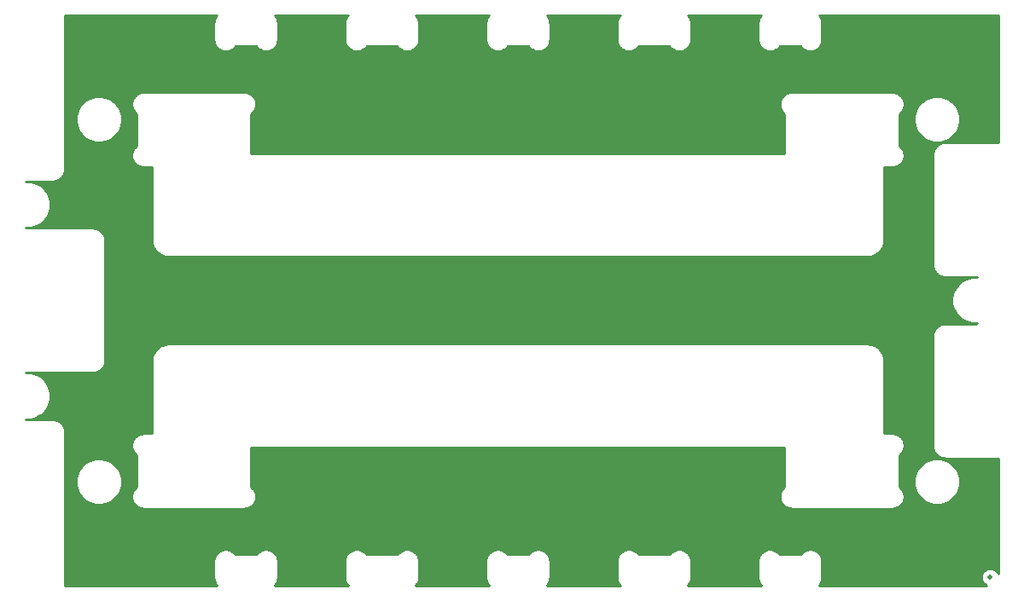
<source format=gtl>
G04 #@! TF.GenerationSoftware,KiCad,Pcbnew,(5.1.6-0-10_14)*
G04 #@! TF.CreationDate,2021-12-08T11:10:56+09:00*
G04 #@! TF.ProjectId,qPCR-holder,71504352-2d68-46f6-9c64-65722e6b6963,rev?*
G04 #@! TF.SameCoordinates,Original*
G04 #@! TF.FileFunction,Copper,L1,Top*
G04 #@! TF.FilePolarity,Positive*
%FSLAX46Y46*%
G04 Gerber Fmt 4.6, Leading zero omitted, Abs format (unit mm)*
G04 Created by KiCad (PCBNEW (5.1.6-0-10_14)) date 2021-12-08 11:10:56*
%MOMM*%
%LPD*%
G01*
G04 APERTURE LIST*
G04 #@! TA.AperFunction,SMDPad,CuDef*
%ADD10C,0.500000*%
G04 #@! TD*
G04 #@! TA.AperFunction,ViaPad*
%ADD11C,0.800000*%
G04 #@! TD*
G04 #@! TA.AperFunction,Conductor*
%ADD12C,0.254000*%
G04 #@! TD*
G04 APERTURE END LIST*
D10*
G04 #@! TO.P,FID1,~*
G04 #@! TO.N,N/C*
X212500000Y-127000000D03*
G04 #@! TD*
D11*
G04 #@! TO.N,GND*
X209000000Y-124500000D03*
X204500000Y-124500000D03*
G04 #@! TD*
D12*
G04 #@! TO.N,GND*
G36*
X135770474Y-71208892D02*
G01*
X135764378Y-71216261D01*
X135702703Y-71291882D01*
X135668335Y-71343611D01*
X135633270Y-71394822D01*
X135628724Y-71403230D01*
X135628721Y-71403234D01*
X135628721Y-71403235D01*
X135582909Y-71489394D01*
X135559250Y-71546794D01*
X135534793Y-71603856D01*
X135531965Y-71612992D01*
X135503760Y-71706410D01*
X135491699Y-71767322D01*
X135478792Y-71828046D01*
X135477792Y-71837558D01*
X135468473Y-71932607D01*
X135465000Y-71967871D01*
X135465001Y-73635164D01*
X135468085Y-73666471D01*
X135468068Y-73671218D01*
X135469035Y-73680733D01*
X135473901Y-73725525D01*
X135474913Y-73735800D01*
X135475075Y-73736335D01*
X135479574Y-73777746D01*
X135492268Y-73838509D01*
X135504116Y-73899461D01*
X135506912Y-73908607D01*
X135536093Y-74001724D01*
X135560350Y-74058868D01*
X135583810Y-74116356D01*
X135588329Y-74124786D01*
X135635042Y-74210462D01*
X135669931Y-74261799D01*
X135704114Y-74313641D01*
X135710185Y-74321032D01*
X135772649Y-74396004D01*
X135816840Y-74439582D01*
X135860452Y-74483807D01*
X135867843Y-74489878D01*
X135943679Y-74551288D01*
X135995535Y-74585480D01*
X136046853Y-74620356D01*
X136055282Y-74624876D01*
X136055287Y-74624878D01*
X136055289Y-74624880D01*
X136055292Y-74624881D01*
X136141602Y-74670388D01*
X136199097Y-74693852D01*
X136256239Y-74718107D01*
X136265386Y-74720904D01*
X136358902Y-74748782D01*
X136419875Y-74760633D01*
X136480619Y-74773323D01*
X136490134Y-74774290D01*
X136587283Y-74783473D01*
X136649384Y-74783256D01*
X136711444Y-74783906D01*
X136720966Y-74783007D01*
X136818050Y-74773146D01*
X136878920Y-74760872D01*
X136939937Y-74749453D01*
X136949102Y-74746721D01*
X137042421Y-74718191D01*
X137099758Y-74694324D01*
X137157382Y-74671276D01*
X137165842Y-74666816D01*
X137251844Y-74620703D01*
X137303462Y-74586147D01*
X137355508Y-74552348D01*
X137362941Y-74546329D01*
X137438346Y-74484390D01*
X137438348Y-74484388D01*
X137464129Y-74463230D01*
X137640842Y-74286517D01*
X139659157Y-74286517D01*
X139835870Y-74463230D01*
X139860187Y-74483187D01*
X139863532Y-74486555D01*
X139870943Y-74492600D01*
X139906128Y-74520890D01*
X139914039Y-74527382D01*
X139914528Y-74527643D01*
X139946993Y-74553746D01*
X139998935Y-74587736D01*
X140050413Y-74622458D01*
X140058858Y-74626948D01*
X140145336Y-74672158D01*
X140202894Y-74695413D01*
X140260135Y-74719475D01*
X140269291Y-74722240D01*
X140362904Y-74749792D01*
X140423903Y-74761428D01*
X140484709Y-74773909D01*
X140494227Y-74774843D01*
X140591410Y-74783687D01*
X140653492Y-74783253D01*
X140715573Y-74783687D01*
X140725092Y-74782754D01*
X140822140Y-74772554D01*
X140883004Y-74760060D01*
X140943949Y-74748434D01*
X140953097Y-74745672D01*
X140953099Y-74745672D01*
X140953101Y-74745671D01*
X140953105Y-74745670D01*
X141046323Y-74716813D01*
X141103543Y-74692759D01*
X141161110Y-74669501D01*
X141169555Y-74665011D01*
X141255394Y-74618599D01*
X141306861Y-74583885D01*
X141358822Y-74549882D01*
X141366233Y-74543838D01*
X141441422Y-74481636D01*
X141485174Y-74437578D01*
X141529529Y-74394141D01*
X141535626Y-74386772D01*
X141597301Y-74311150D01*
X141631679Y-74259406D01*
X141666728Y-74208219D01*
X141671277Y-74199806D01*
X141717091Y-74113646D01*
X141740758Y-74056225D01*
X141765209Y-73999177D01*
X141768038Y-73990041D01*
X141796243Y-73896622D01*
X141808313Y-73835663D01*
X141821210Y-73774987D01*
X141822210Y-73765475D01*
X141831732Y-73668358D01*
X141831732Y-73668344D01*
X141835000Y-73635164D01*
X141835000Y-71967870D01*
X141831915Y-71936553D01*
X141831932Y-71931816D01*
X141830965Y-71922301D01*
X141826110Y-71877612D01*
X141825088Y-71867234D01*
X141824924Y-71866693D01*
X141820426Y-71825289D01*
X141807733Y-71764533D01*
X141795884Y-71703573D01*
X141793088Y-71694426D01*
X141763907Y-71601310D01*
X141739641Y-71544142D01*
X141716190Y-71486678D01*
X141711671Y-71478249D01*
X141664959Y-71392572D01*
X141630052Y-71341208D01*
X141595886Y-71289393D01*
X141589816Y-71282002D01*
X141527351Y-71207030D01*
X141505011Y-71185000D01*
X148794872Y-71185000D01*
X148770474Y-71208892D01*
X148764378Y-71216261D01*
X148702703Y-71291882D01*
X148668335Y-71343611D01*
X148633270Y-71394822D01*
X148628724Y-71403230D01*
X148628721Y-71403234D01*
X148628721Y-71403235D01*
X148582909Y-71489394D01*
X148559250Y-71546794D01*
X148534793Y-71603856D01*
X148531965Y-71612992D01*
X148503760Y-71706410D01*
X148491699Y-71767322D01*
X148478792Y-71828046D01*
X148477792Y-71837558D01*
X148468270Y-71934676D01*
X148465001Y-71967870D01*
X148465000Y-73635163D01*
X148468085Y-73666480D01*
X148468068Y-73671218D01*
X148469035Y-73680733D01*
X148473891Y-73725436D01*
X148474912Y-73735799D01*
X148475076Y-73736339D01*
X148479574Y-73777746D01*
X148492268Y-73838509D01*
X148504116Y-73899461D01*
X148506912Y-73908607D01*
X148536093Y-74001724D01*
X148560350Y-74058868D01*
X148583810Y-74116356D01*
X148588329Y-74124786D01*
X148635042Y-74210462D01*
X148669931Y-74261799D01*
X148704114Y-74313641D01*
X148710185Y-74321032D01*
X148772649Y-74396004D01*
X148816840Y-74439582D01*
X148860452Y-74483807D01*
X148867843Y-74489878D01*
X148943679Y-74551288D01*
X148995535Y-74585480D01*
X149046853Y-74620356D01*
X149055282Y-74624876D01*
X149055287Y-74624878D01*
X149055289Y-74624880D01*
X149055292Y-74624881D01*
X149141602Y-74670388D01*
X149199097Y-74693852D01*
X149256239Y-74718107D01*
X149265386Y-74720904D01*
X149358902Y-74748782D01*
X149419875Y-74760633D01*
X149480619Y-74773323D01*
X149490134Y-74774290D01*
X149587283Y-74783473D01*
X149649384Y-74783256D01*
X149711444Y-74783906D01*
X149720966Y-74783007D01*
X149818050Y-74773146D01*
X149878920Y-74760872D01*
X149939937Y-74749453D01*
X149949102Y-74746721D01*
X150042421Y-74718191D01*
X150099758Y-74694324D01*
X150157382Y-74671276D01*
X150165842Y-74666816D01*
X150251844Y-74620703D01*
X150303462Y-74586147D01*
X150355508Y-74552348D01*
X150362941Y-74546329D01*
X150438346Y-74484390D01*
X150438348Y-74484388D01*
X150464129Y-74463230D01*
X150640842Y-74286517D01*
X153659157Y-74286517D01*
X153835870Y-74463230D01*
X153860187Y-74483187D01*
X153863532Y-74486555D01*
X153870943Y-74492600D01*
X153906128Y-74520890D01*
X153914039Y-74527382D01*
X153914528Y-74527643D01*
X153946993Y-74553746D01*
X153998935Y-74587736D01*
X154050413Y-74622458D01*
X154058858Y-74626948D01*
X154145336Y-74672158D01*
X154202894Y-74695413D01*
X154260135Y-74719475D01*
X154269291Y-74722240D01*
X154362904Y-74749792D01*
X154423903Y-74761428D01*
X154484709Y-74773909D01*
X154494227Y-74774843D01*
X154591410Y-74783687D01*
X154653492Y-74783253D01*
X154715573Y-74783687D01*
X154725092Y-74782754D01*
X154822140Y-74772554D01*
X154883004Y-74760060D01*
X154943949Y-74748434D01*
X154953097Y-74745672D01*
X154953099Y-74745672D01*
X154953101Y-74745671D01*
X154953105Y-74745670D01*
X155046323Y-74716813D01*
X155103543Y-74692759D01*
X155161110Y-74669501D01*
X155169555Y-74665011D01*
X155255394Y-74618599D01*
X155306861Y-74583885D01*
X155358822Y-74549882D01*
X155366233Y-74543838D01*
X155441422Y-74481636D01*
X155485174Y-74437578D01*
X155529529Y-74394141D01*
X155535626Y-74386772D01*
X155597301Y-74311150D01*
X155631679Y-74259406D01*
X155666728Y-74208219D01*
X155671277Y-74199806D01*
X155717091Y-74113646D01*
X155740758Y-74056225D01*
X155765209Y-73999177D01*
X155768038Y-73990041D01*
X155796243Y-73896622D01*
X155808313Y-73835663D01*
X155821210Y-73774987D01*
X155822210Y-73765475D01*
X155831732Y-73668358D01*
X155831732Y-73668344D01*
X155835000Y-73635164D01*
X155835000Y-71967870D01*
X155831915Y-71936553D01*
X155831932Y-71931816D01*
X155830965Y-71922301D01*
X155826110Y-71877612D01*
X155825088Y-71867234D01*
X155824924Y-71866693D01*
X155820426Y-71825289D01*
X155807733Y-71764533D01*
X155795884Y-71703573D01*
X155793088Y-71694426D01*
X155763907Y-71601310D01*
X155739641Y-71544142D01*
X155716190Y-71486678D01*
X155711671Y-71478249D01*
X155664959Y-71392572D01*
X155630052Y-71341208D01*
X155595886Y-71289393D01*
X155589816Y-71282002D01*
X155527351Y-71207030D01*
X155505011Y-71185000D01*
X162794872Y-71185000D01*
X162770474Y-71208892D01*
X162764378Y-71216261D01*
X162702703Y-71291882D01*
X162668335Y-71343611D01*
X162633270Y-71394822D01*
X162628724Y-71403230D01*
X162628721Y-71403234D01*
X162628721Y-71403235D01*
X162582909Y-71489394D01*
X162559250Y-71546794D01*
X162534793Y-71603856D01*
X162531965Y-71612992D01*
X162503760Y-71706410D01*
X162491699Y-71767322D01*
X162478792Y-71828046D01*
X162477792Y-71837558D01*
X162468473Y-71932607D01*
X162465000Y-71967871D01*
X162465001Y-73635164D01*
X162468085Y-73666471D01*
X162468068Y-73671218D01*
X162469035Y-73680733D01*
X162473901Y-73725525D01*
X162474913Y-73735800D01*
X162475075Y-73736335D01*
X162479574Y-73777746D01*
X162492268Y-73838509D01*
X162504116Y-73899461D01*
X162506912Y-73908607D01*
X162536093Y-74001724D01*
X162560350Y-74058868D01*
X162583810Y-74116356D01*
X162588329Y-74124786D01*
X162635042Y-74210462D01*
X162669931Y-74261799D01*
X162704114Y-74313641D01*
X162710185Y-74321032D01*
X162772649Y-74396004D01*
X162816840Y-74439582D01*
X162860452Y-74483807D01*
X162867843Y-74489878D01*
X162943679Y-74551288D01*
X162995535Y-74585480D01*
X163046853Y-74620356D01*
X163055282Y-74624876D01*
X163055287Y-74624878D01*
X163055289Y-74624880D01*
X163055292Y-74624881D01*
X163141602Y-74670388D01*
X163199097Y-74693852D01*
X163256239Y-74718107D01*
X163265386Y-74720904D01*
X163358902Y-74748782D01*
X163419875Y-74760633D01*
X163480619Y-74773323D01*
X163490134Y-74774290D01*
X163587283Y-74783473D01*
X163649384Y-74783256D01*
X163711444Y-74783906D01*
X163720966Y-74783007D01*
X163818050Y-74773146D01*
X163878920Y-74760872D01*
X163939937Y-74749453D01*
X163949102Y-74746721D01*
X164042421Y-74718191D01*
X164099758Y-74694324D01*
X164157382Y-74671276D01*
X164165842Y-74666816D01*
X164251844Y-74620703D01*
X164303462Y-74586147D01*
X164355508Y-74552348D01*
X164362941Y-74546329D01*
X164438346Y-74484390D01*
X164438348Y-74484388D01*
X164464129Y-74463230D01*
X164640842Y-74286517D01*
X166659157Y-74286517D01*
X166835870Y-74463230D01*
X166860187Y-74483187D01*
X166863532Y-74486555D01*
X166870943Y-74492600D01*
X166906128Y-74520890D01*
X166914039Y-74527382D01*
X166914528Y-74527643D01*
X166946993Y-74553746D01*
X166998935Y-74587736D01*
X167050413Y-74622458D01*
X167058858Y-74626948D01*
X167145336Y-74672158D01*
X167202894Y-74695413D01*
X167260135Y-74719475D01*
X167269291Y-74722240D01*
X167362904Y-74749792D01*
X167423903Y-74761428D01*
X167484709Y-74773909D01*
X167494227Y-74774843D01*
X167591410Y-74783687D01*
X167653492Y-74783253D01*
X167715573Y-74783687D01*
X167725092Y-74782754D01*
X167822140Y-74772554D01*
X167883004Y-74760060D01*
X167943949Y-74748434D01*
X167953097Y-74745672D01*
X167953099Y-74745672D01*
X167953101Y-74745671D01*
X167953105Y-74745670D01*
X168046323Y-74716813D01*
X168103543Y-74692759D01*
X168161110Y-74669501D01*
X168169555Y-74665011D01*
X168255394Y-74618599D01*
X168306861Y-74583885D01*
X168358822Y-74549882D01*
X168366233Y-74543838D01*
X168441422Y-74481636D01*
X168485174Y-74437578D01*
X168529529Y-74394141D01*
X168535626Y-74386772D01*
X168597301Y-74311150D01*
X168631679Y-74259406D01*
X168666728Y-74208219D01*
X168671277Y-74199806D01*
X168717091Y-74113646D01*
X168740758Y-74056225D01*
X168765209Y-73999177D01*
X168768038Y-73990041D01*
X168796243Y-73896622D01*
X168808313Y-73835663D01*
X168821210Y-73774987D01*
X168822210Y-73765475D01*
X168831732Y-73668358D01*
X168831732Y-73668344D01*
X168835000Y-73635164D01*
X168835000Y-71967870D01*
X168831915Y-71936553D01*
X168831932Y-71931816D01*
X168830965Y-71922301D01*
X168826110Y-71877612D01*
X168825088Y-71867234D01*
X168824924Y-71866693D01*
X168820426Y-71825289D01*
X168807733Y-71764533D01*
X168795884Y-71703573D01*
X168793088Y-71694426D01*
X168763907Y-71601310D01*
X168739641Y-71544142D01*
X168716190Y-71486678D01*
X168711671Y-71478249D01*
X168664959Y-71392572D01*
X168630052Y-71341208D01*
X168595886Y-71289393D01*
X168589816Y-71282002D01*
X168527351Y-71207030D01*
X168505011Y-71185000D01*
X175794872Y-71185000D01*
X175770474Y-71208892D01*
X175764378Y-71216261D01*
X175702703Y-71291882D01*
X175668335Y-71343611D01*
X175633270Y-71394822D01*
X175628724Y-71403230D01*
X175628721Y-71403234D01*
X175628721Y-71403235D01*
X175582909Y-71489394D01*
X175559250Y-71546794D01*
X175534793Y-71603856D01*
X175531965Y-71612992D01*
X175503760Y-71706410D01*
X175491699Y-71767322D01*
X175478792Y-71828046D01*
X175477792Y-71837558D01*
X175468270Y-71934676D01*
X175465001Y-71967870D01*
X175465000Y-73635163D01*
X175468085Y-73666480D01*
X175468068Y-73671218D01*
X175469035Y-73680733D01*
X175473891Y-73725436D01*
X175474912Y-73735799D01*
X175475076Y-73736339D01*
X175479574Y-73777746D01*
X175492268Y-73838509D01*
X175504116Y-73899461D01*
X175506912Y-73908607D01*
X175536093Y-74001724D01*
X175560350Y-74058868D01*
X175583810Y-74116356D01*
X175588329Y-74124786D01*
X175635042Y-74210462D01*
X175669931Y-74261799D01*
X175704114Y-74313641D01*
X175710185Y-74321032D01*
X175772649Y-74396004D01*
X175816840Y-74439582D01*
X175860452Y-74483807D01*
X175867843Y-74489878D01*
X175943679Y-74551288D01*
X175995535Y-74585480D01*
X176046853Y-74620356D01*
X176055282Y-74624876D01*
X176055287Y-74624878D01*
X176055289Y-74624880D01*
X176055292Y-74624881D01*
X176141602Y-74670388D01*
X176199097Y-74693852D01*
X176256239Y-74718107D01*
X176265386Y-74720904D01*
X176358902Y-74748782D01*
X176419875Y-74760633D01*
X176480619Y-74773323D01*
X176490134Y-74774290D01*
X176587283Y-74783473D01*
X176649384Y-74783256D01*
X176711444Y-74783906D01*
X176720966Y-74783007D01*
X176818050Y-74773146D01*
X176878920Y-74760872D01*
X176939937Y-74749453D01*
X176949102Y-74746721D01*
X177042421Y-74718191D01*
X177099758Y-74694324D01*
X177157382Y-74671276D01*
X177165842Y-74666816D01*
X177251844Y-74620703D01*
X177303462Y-74586147D01*
X177355508Y-74552348D01*
X177362941Y-74546329D01*
X177438346Y-74484390D01*
X177438348Y-74484388D01*
X177464129Y-74463230D01*
X177640842Y-74286517D01*
X180659157Y-74286517D01*
X180835870Y-74463230D01*
X180860187Y-74483187D01*
X180863532Y-74486555D01*
X180870943Y-74492600D01*
X180906128Y-74520890D01*
X180914039Y-74527382D01*
X180914528Y-74527643D01*
X180946993Y-74553746D01*
X180998935Y-74587736D01*
X181050413Y-74622458D01*
X181058858Y-74626948D01*
X181145336Y-74672158D01*
X181202894Y-74695413D01*
X181260135Y-74719475D01*
X181269291Y-74722240D01*
X181362904Y-74749792D01*
X181423903Y-74761428D01*
X181484709Y-74773909D01*
X181494227Y-74774843D01*
X181591410Y-74783687D01*
X181653492Y-74783253D01*
X181715573Y-74783687D01*
X181725092Y-74782754D01*
X181822140Y-74772554D01*
X181883004Y-74760060D01*
X181943949Y-74748434D01*
X181953097Y-74745672D01*
X181953099Y-74745672D01*
X181953101Y-74745671D01*
X181953105Y-74745670D01*
X182046323Y-74716813D01*
X182103543Y-74692759D01*
X182161110Y-74669501D01*
X182169555Y-74665011D01*
X182255394Y-74618599D01*
X182306861Y-74583885D01*
X182358822Y-74549882D01*
X182366233Y-74543838D01*
X182441422Y-74481636D01*
X182485174Y-74437578D01*
X182529529Y-74394141D01*
X182535626Y-74386772D01*
X182597301Y-74311150D01*
X182631679Y-74259406D01*
X182666728Y-74208219D01*
X182671277Y-74199806D01*
X182717091Y-74113646D01*
X182740758Y-74056225D01*
X182765209Y-73999177D01*
X182768038Y-73990041D01*
X182796243Y-73896622D01*
X182808313Y-73835663D01*
X182821210Y-73774987D01*
X182822210Y-73765475D01*
X182831732Y-73668358D01*
X182831732Y-73668344D01*
X182835000Y-73635164D01*
X182835000Y-71967870D01*
X182831915Y-71936553D01*
X182831932Y-71931816D01*
X182830965Y-71922301D01*
X182826110Y-71877612D01*
X182825088Y-71867234D01*
X182824924Y-71866693D01*
X182820426Y-71825289D01*
X182807733Y-71764533D01*
X182795884Y-71703573D01*
X182793088Y-71694426D01*
X182763907Y-71601310D01*
X182739641Y-71544142D01*
X182716190Y-71486678D01*
X182711671Y-71478249D01*
X182664959Y-71392572D01*
X182630052Y-71341208D01*
X182595886Y-71289393D01*
X182589816Y-71282002D01*
X182527351Y-71207030D01*
X182505011Y-71185000D01*
X189794872Y-71185000D01*
X189770474Y-71208892D01*
X189764378Y-71216261D01*
X189702703Y-71291882D01*
X189668335Y-71343611D01*
X189633270Y-71394822D01*
X189628724Y-71403230D01*
X189628721Y-71403234D01*
X189628721Y-71403235D01*
X189582909Y-71489394D01*
X189559250Y-71546794D01*
X189534793Y-71603856D01*
X189531965Y-71612992D01*
X189503760Y-71706410D01*
X189491699Y-71767322D01*
X189478792Y-71828046D01*
X189477792Y-71837558D01*
X189468473Y-71932607D01*
X189465000Y-71967871D01*
X189465001Y-73635164D01*
X189468085Y-73666471D01*
X189468068Y-73671218D01*
X189469035Y-73680733D01*
X189473901Y-73725525D01*
X189474913Y-73735800D01*
X189475075Y-73736335D01*
X189479574Y-73777746D01*
X189492268Y-73838509D01*
X189504116Y-73899461D01*
X189506912Y-73908607D01*
X189536093Y-74001724D01*
X189560350Y-74058868D01*
X189583810Y-74116356D01*
X189588329Y-74124786D01*
X189635042Y-74210462D01*
X189669931Y-74261799D01*
X189704114Y-74313641D01*
X189710185Y-74321032D01*
X189772649Y-74396004D01*
X189816840Y-74439582D01*
X189860452Y-74483807D01*
X189867843Y-74489878D01*
X189943679Y-74551288D01*
X189995535Y-74585480D01*
X190046853Y-74620356D01*
X190055282Y-74624876D01*
X190055287Y-74624878D01*
X190055289Y-74624880D01*
X190055292Y-74624881D01*
X190141602Y-74670388D01*
X190199097Y-74693852D01*
X190256239Y-74718107D01*
X190265386Y-74720904D01*
X190358902Y-74748782D01*
X190419875Y-74760633D01*
X190480619Y-74773323D01*
X190490134Y-74774290D01*
X190587283Y-74783473D01*
X190649384Y-74783256D01*
X190711444Y-74783906D01*
X190720966Y-74783007D01*
X190818050Y-74773146D01*
X190878920Y-74760872D01*
X190939937Y-74749453D01*
X190949102Y-74746721D01*
X191042421Y-74718191D01*
X191099758Y-74694324D01*
X191157382Y-74671276D01*
X191165842Y-74666816D01*
X191251844Y-74620703D01*
X191303462Y-74586147D01*
X191355508Y-74552348D01*
X191362941Y-74546329D01*
X191438346Y-74484390D01*
X191438348Y-74484388D01*
X191464129Y-74463230D01*
X191640842Y-74286517D01*
X193659157Y-74286517D01*
X193835870Y-74463230D01*
X193860187Y-74483187D01*
X193863532Y-74486555D01*
X193870943Y-74492600D01*
X193906128Y-74520890D01*
X193914039Y-74527382D01*
X193914528Y-74527643D01*
X193946993Y-74553746D01*
X193998935Y-74587736D01*
X194050413Y-74622458D01*
X194058858Y-74626948D01*
X194145336Y-74672158D01*
X194202894Y-74695413D01*
X194260135Y-74719475D01*
X194269291Y-74722240D01*
X194362904Y-74749792D01*
X194423903Y-74761428D01*
X194484709Y-74773909D01*
X194494227Y-74774843D01*
X194591410Y-74783687D01*
X194653492Y-74783253D01*
X194715573Y-74783687D01*
X194725092Y-74782754D01*
X194822140Y-74772554D01*
X194883004Y-74760060D01*
X194943949Y-74748434D01*
X194953097Y-74745672D01*
X194953099Y-74745672D01*
X194953101Y-74745671D01*
X194953105Y-74745670D01*
X195046323Y-74716813D01*
X195103543Y-74692759D01*
X195161110Y-74669501D01*
X195169555Y-74665011D01*
X195255394Y-74618599D01*
X195306861Y-74583885D01*
X195358822Y-74549882D01*
X195366233Y-74543838D01*
X195441422Y-74481636D01*
X195485174Y-74437578D01*
X195529529Y-74394141D01*
X195535626Y-74386772D01*
X195597301Y-74311150D01*
X195631679Y-74259406D01*
X195666728Y-74208219D01*
X195671277Y-74199806D01*
X195717091Y-74113646D01*
X195740758Y-74056225D01*
X195765209Y-73999177D01*
X195768038Y-73990041D01*
X195796243Y-73896622D01*
X195808313Y-73835663D01*
X195821210Y-73774987D01*
X195822210Y-73765475D01*
X195831732Y-73668358D01*
X195831732Y-73668344D01*
X195835000Y-73635164D01*
X195835000Y-71967870D01*
X195831915Y-71936553D01*
X195831932Y-71931816D01*
X195830965Y-71922301D01*
X195826110Y-71877612D01*
X195825088Y-71867234D01*
X195824924Y-71866693D01*
X195820426Y-71825289D01*
X195807733Y-71764533D01*
X195795884Y-71703573D01*
X195793088Y-71694426D01*
X195763907Y-71601310D01*
X195739641Y-71544142D01*
X195716190Y-71486678D01*
X195711671Y-71478249D01*
X195664959Y-71392572D01*
X195630052Y-71341208D01*
X195595886Y-71289393D01*
X195589816Y-71282002D01*
X195527351Y-71207030D01*
X195505011Y-71185000D01*
X213315000Y-71185000D01*
X213315001Y-83815000D01*
X207966353Y-83815000D01*
X207937399Y-83817852D01*
X207934427Y-83817831D01*
X207924909Y-83818764D01*
X207876790Y-83823821D01*
X207865717Y-83824912D01*
X207865348Y-83825024D01*
X207827860Y-83828964D01*
X207767017Y-83841453D01*
X207706058Y-83853082D01*
X207696902Y-83855846D01*
X207603683Y-83884702D01*
X207546434Y-83908768D01*
X207488881Y-83932021D01*
X207480436Y-83936511D01*
X207394598Y-83982923D01*
X207343115Y-84017650D01*
X207291179Y-84051636D01*
X207283767Y-84057680D01*
X207208579Y-84119882D01*
X207164818Y-84163949D01*
X207120478Y-84207370D01*
X207114381Y-84214739D01*
X207052706Y-84290360D01*
X207018368Y-84342041D01*
X206983267Y-84393306D01*
X206978718Y-84401719D01*
X206932906Y-84487880D01*
X206909242Y-84545296D01*
X206884792Y-84602339D01*
X206881964Y-84611475D01*
X206853759Y-84704893D01*
X206841698Y-84765805D01*
X206828791Y-84826529D01*
X206827791Y-84836041D01*
X206818269Y-84933159D01*
X206818269Y-84933173D01*
X206815001Y-84966353D01*
X206815000Y-96033646D01*
X206817852Y-96062600D01*
X206817831Y-96065573D01*
X206818764Y-96075092D01*
X206823824Y-96123233D01*
X206824912Y-96134282D01*
X206825024Y-96134650D01*
X206828964Y-96172140D01*
X206841455Y-96232990D01*
X206853082Y-96293942D01*
X206855845Y-96303096D01*
X206855847Y-96303102D01*
X206884702Y-96396317D01*
X206908754Y-96453533D01*
X206932020Y-96511119D01*
X206936510Y-96519564D01*
X206982923Y-96605401D01*
X207017638Y-96656867D01*
X207051636Y-96708821D01*
X207057680Y-96716232D01*
X207119882Y-96791421D01*
X207163930Y-96835162D01*
X207207369Y-96879522D01*
X207214739Y-96885618D01*
X207214744Y-96885623D01*
X207214750Y-96885627D01*
X207290360Y-96947294D01*
X207342041Y-96981632D01*
X207393306Y-97016733D01*
X207401719Y-97021282D01*
X207487880Y-97067094D01*
X207545296Y-97090758D01*
X207602339Y-97115208D01*
X207611475Y-97118036D01*
X207704893Y-97146241D01*
X207765813Y-97158303D01*
X207826530Y-97171209D01*
X207836042Y-97172209D01*
X207933159Y-97181731D01*
X207933163Y-97181731D01*
X207966353Y-97185000D01*
X210966495Y-97185000D01*
X211181677Y-97206099D01*
X210774070Y-97206099D01*
X210330894Y-97294253D01*
X209913431Y-97467171D01*
X209537723Y-97718211D01*
X209218211Y-98037723D01*
X208967171Y-98413431D01*
X208794253Y-98830894D01*
X208706099Y-99274070D01*
X208706099Y-99725930D01*
X208794253Y-100169106D01*
X208967171Y-100586569D01*
X209218211Y-100962277D01*
X209537723Y-101281789D01*
X209913431Y-101532829D01*
X210330894Y-101705747D01*
X210774070Y-101793901D01*
X211189087Y-101793901D01*
X211001206Y-101814975D01*
X210997664Y-101815000D01*
X207966353Y-101815000D01*
X207937399Y-101817852D01*
X207934427Y-101817831D01*
X207924909Y-101818764D01*
X207876790Y-101823821D01*
X207865717Y-101824912D01*
X207865348Y-101825024D01*
X207827860Y-101828964D01*
X207767017Y-101841453D01*
X207706058Y-101853082D01*
X207696902Y-101855846D01*
X207603683Y-101884702D01*
X207546434Y-101908768D01*
X207488881Y-101932021D01*
X207480436Y-101936511D01*
X207394598Y-101982923D01*
X207343115Y-102017650D01*
X207291179Y-102051636D01*
X207283767Y-102057680D01*
X207208579Y-102119882D01*
X207164818Y-102163949D01*
X207120478Y-102207370D01*
X207114381Y-102214739D01*
X207052706Y-102290360D01*
X207018368Y-102342041D01*
X206983267Y-102393306D01*
X206978718Y-102401719D01*
X206932906Y-102487880D01*
X206909242Y-102545296D01*
X206884792Y-102602339D01*
X206881964Y-102611475D01*
X206853759Y-102704893D01*
X206841698Y-102765805D01*
X206828791Y-102826529D01*
X206827791Y-102836041D01*
X206818269Y-102933159D01*
X206818269Y-102933173D01*
X206815001Y-102966353D01*
X206815000Y-114033646D01*
X206817852Y-114062600D01*
X206817831Y-114065573D01*
X206818764Y-114075092D01*
X206823824Y-114123233D01*
X206824912Y-114134282D01*
X206825024Y-114134650D01*
X206828964Y-114172140D01*
X206841455Y-114232990D01*
X206853082Y-114293942D01*
X206855845Y-114303096D01*
X206855847Y-114303102D01*
X206884702Y-114396317D01*
X206908754Y-114453533D01*
X206932020Y-114511119D01*
X206936510Y-114519564D01*
X206982923Y-114605401D01*
X207017638Y-114656867D01*
X207051636Y-114708821D01*
X207057680Y-114716232D01*
X207119882Y-114791421D01*
X207163930Y-114835162D01*
X207207369Y-114879522D01*
X207214739Y-114885618D01*
X207214744Y-114885623D01*
X207214750Y-114885627D01*
X207290360Y-114947294D01*
X207342041Y-114981632D01*
X207393306Y-115016733D01*
X207401719Y-115021282D01*
X207487880Y-115067094D01*
X207545296Y-115090758D01*
X207602339Y-115115208D01*
X207611475Y-115118036D01*
X207704893Y-115146241D01*
X207765813Y-115158303D01*
X207826530Y-115171209D01*
X207836042Y-115172209D01*
X207933159Y-115181731D01*
X207933163Y-115181731D01*
X207966353Y-115185000D01*
X213315000Y-115185000D01*
X213315001Y-126654969D01*
X213284277Y-126580795D01*
X213187424Y-126435845D01*
X213064155Y-126312576D01*
X212919205Y-126215723D01*
X212758145Y-126149010D01*
X212587165Y-126115000D01*
X212412835Y-126115000D01*
X212241855Y-126149010D01*
X212080795Y-126215723D01*
X211935845Y-126312576D01*
X211812576Y-126435845D01*
X211715723Y-126580795D01*
X211649010Y-126741855D01*
X211615000Y-126912835D01*
X211615000Y-127087165D01*
X211649010Y-127258145D01*
X211715723Y-127419205D01*
X211812576Y-127564155D01*
X211935845Y-127687424D01*
X212080795Y-127784277D01*
X212154967Y-127815000D01*
X195505130Y-127815000D01*
X195529522Y-127791114D01*
X195535618Y-127783744D01*
X195535623Y-127783739D01*
X195535627Y-127783733D01*
X195597294Y-127708123D01*
X195631632Y-127656442D01*
X195666733Y-127605177D01*
X195671282Y-127596764D01*
X195717094Y-127510603D01*
X195740758Y-127453187D01*
X195765208Y-127396144D01*
X195768036Y-127387008D01*
X195796241Y-127293590D01*
X195808303Y-127232670D01*
X195821209Y-127171953D01*
X195822209Y-127162441D01*
X195831731Y-127065324D01*
X195831731Y-127065320D01*
X195835000Y-127032130D01*
X195835000Y-125364836D01*
X195831916Y-125333529D01*
X195831933Y-125328789D01*
X195830967Y-125319274D01*
X195826094Y-125274410D01*
X195825088Y-125264200D01*
X195824927Y-125263669D01*
X195820429Y-125222262D01*
X195807738Y-125161509D01*
X195795885Y-125100535D01*
X195793089Y-125091389D01*
X195763906Y-124998270D01*
X195739643Y-124941112D01*
X195716191Y-124883643D01*
X195711672Y-124875214D01*
X195664960Y-124789537D01*
X195630053Y-124738173D01*
X195595887Y-124686358D01*
X195589817Y-124678967D01*
X195527352Y-124603995D01*
X195483146Y-124560402D01*
X195439553Y-124516196D01*
X195432163Y-124510125D01*
X195356326Y-124448714D01*
X195304514Y-124414550D01*
X195253143Y-124379639D01*
X195244714Y-124375119D01*
X195158394Y-124329608D01*
X195100885Y-124306139D01*
X195043762Y-124281892D01*
X195034615Y-124279095D01*
X194941099Y-124251217D01*
X194880150Y-124239370D01*
X194819389Y-124226676D01*
X194809873Y-124225709D01*
X194712724Y-124216525D01*
X194650646Y-124216742D01*
X194588550Y-124216092D01*
X194579028Y-124216992D01*
X194481943Y-124226854D01*
X194421102Y-124239122D01*
X194360065Y-124250545D01*
X194350900Y-124253277D01*
X194257580Y-124281807D01*
X194200243Y-124305674D01*
X194142614Y-124328724D01*
X194134161Y-124333181D01*
X194134157Y-124333183D01*
X194134154Y-124333185D01*
X194048154Y-124379298D01*
X193996585Y-124413821D01*
X193944495Y-124447648D01*
X193937062Y-124453667D01*
X193861656Y-124515606D01*
X193861646Y-124515616D01*
X193835870Y-124536770D01*
X193659157Y-124713483D01*
X191640842Y-124713483D01*
X191464129Y-124536770D01*
X191439812Y-124516814D01*
X191436468Y-124513446D01*
X191429057Y-124507401D01*
X191393883Y-124479120D01*
X191385960Y-124472618D01*
X191385470Y-124472356D01*
X191353007Y-124446255D01*
X191301053Y-124412257D01*
X191249584Y-124377542D01*
X191241139Y-124373051D01*
X191154660Y-124327841D01*
X191097125Y-124304596D01*
X191039866Y-124280526D01*
X191030710Y-124277762D01*
X190937098Y-124250210D01*
X190876115Y-124238577D01*
X190815292Y-124226092D01*
X190805773Y-124225158D01*
X190708591Y-124216314D01*
X190646509Y-124216748D01*
X190584427Y-124216314D01*
X190574909Y-124217247D01*
X190477860Y-124227447D01*
X190417017Y-124239936D01*
X190356058Y-124251565D01*
X190346902Y-124254329D01*
X190253683Y-124283185D01*
X190196434Y-124307251D01*
X190138881Y-124330504D01*
X190130436Y-124334994D01*
X190044598Y-124381406D01*
X189993115Y-124416133D01*
X189941179Y-124450119D01*
X189933767Y-124456163D01*
X189858579Y-124518365D01*
X189814818Y-124562432D01*
X189770478Y-124605853D01*
X189764381Y-124613222D01*
X189702706Y-124688843D01*
X189668368Y-124740524D01*
X189633267Y-124791789D01*
X189628718Y-124800202D01*
X189582906Y-124886363D01*
X189559242Y-124943779D01*
X189534792Y-125000822D01*
X189531964Y-125009958D01*
X189503759Y-125103376D01*
X189491698Y-125164288D01*
X189478791Y-125225012D01*
X189477791Y-125234524D01*
X189468269Y-125331642D01*
X189468269Y-125331656D01*
X189465001Y-125364836D01*
X189465000Y-127032129D01*
X189468085Y-127063446D01*
X189468068Y-127068184D01*
X189469035Y-127077699D01*
X189473891Y-127122402D01*
X189474912Y-127132765D01*
X189475076Y-127133305D01*
X189479574Y-127174712D01*
X189492268Y-127235475D01*
X189504116Y-127296427D01*
X189506912Y-127305573D01*
X189536093Y-127398690D01*
X189560350Y-127455834D01*
X189583810Y-127513322D01*
X189588329Y-127521752D01*
X189635042Y-127607428D01*
X189669931Y-127658765D01*
X189704114Y-127710607D01*
X189710185Y-127717998D01*
X189772649Y-127792970D01*
X189794989Y-127815000D01*
X182505130Y-127815000D01*
X182529522Y-127791114D01*
X182535618Y-127783744D01*
X182535623Y-127783739D01*
X182535627Y-127783733D01*
X182597294Y-127708123D01*
X182631632Y-127656442D01*
X182666733Y-127605177D01*
X182671282Y-127596764D01*
X182717094Y-127510603D01*
X182740758Y-127453187D01*
X182765208Y-127396144D01*
X182768036Y-127387008D01*
X182796241Y-127293590D01*
X182808303Y-127232670D01*
X182821209Y-127171953D01*
X182822209Y-127162441D01*
X182831731Y-127065324D01*
X182831731Y-127065320D01*
X182835000Y-127032130D01*
X182835000Y-125364836D01*
X182831916Y-125333529D01*
X182831933Y-125328789D01*
X182830967Y-125319274D01*
X182826094Y-125274410D01*
X182825088Y-125264200D01*
X182824927Y-125263669D01*
X182820429Y-125222262D01*
X182807738Y-125161509D01*
X182795885Y-125100535D01*
X182793089Y-125091389D01*
X182763906Y-124998270D01*
X182739643Y-124941112D01*
X182716191Y-124883643D01*
X182711672Y-124875214D01*
X182664960Y-124789537D01*
X182630053Y-124738173D01*
X182595887Y-124686358D01*
X182589817Y-124678967D01*
X182527352Y-124603995D01*
X182483146Y-124560402D01*
X182439553Y-124516196D01*
X182432163Y-124510125D01*
X182356326Y-124448714D01*
X182304514Y-124414550D01*
X182253143Y-124379639D01*
X182244714Y-124375119D01*
X182158394Y-124329608D01*
X182100885Y-124306139D01*
X182043762Y-124281892D01*
X182034615Y-124279095D01*
X181941099Y-124251217D01*
X181880150Y-124239370D01*
X181819389Y-124226676D01*
X181809873Y-124225709D01*
X181712724Y-124216525D01*
X181650646Y-124216742D01*
X181588550Y-124216092D01*
X181579028Y-124216992D01*
X181481943Y-124226854D01*
X181421102Y-124239122D01*
X181360065Y-124250545D01*
X181350900Y-124253277D01*
X181257580Y-124281807D01*
X181200243Y-124305674D01*
X181142614Y-124328724D01*
X181134161Y-124333181D01*
X181134157Y-124333183D01*
X181134154Y-124333185D01*
X181048154Y-124379298D01*
X180996585Y-124413821D01*
X180944495Y-124447648D01*
X180937062Y-124453667D01*
X180861656Y-124515606D01*
X180861646Y-124515616D01*
X180835870Y-124536770D01*
X180659157Y-124713483D01*
X177640842Y-124713483D01*
X177464129Y-124536770D01*
X177439812Y-124516814D01*
X177436468Y-124513446D01*
X177429057Y-124507401D01*
X177393883Y-124479120D01*
X177385960Y-124472618D01*
X177385470Y-124472356D01*
X177353007Y-124446255D01*
X177301053Y-124412257D01*
X177249584Y-124377542D01*
X177241139Y-124373051D01*
X177154660Y-124327841D01*
X177097125Y-124304596D01*
X177039866Y-124280526D01*
X177030710Y-124277762D01*
X176937098Y-124250210D01*
X176876115Y-124238577D01*
X176815292Y-124226092D01*
X176805773Y-124225158D01*
X176708591Y-124216314D01*
X176646509Y-124216748D01*
X176584427Y-124216314D01*
X176574909Y-124217247D01*
X176477860Y-124227447D01*
X176417017Y-124239936D01*
X176356058Y-124251565D01*
X176346902Y-124254329D01*
X176253683Y-124283185D01*
X176196434Y-124307251D01*
X176138881Y-124330504D01*
X176130436Y-124334994D01*
X176044598Y-124381406D01*
X175993115Y-124416133D01*
X175941179Y-124450119D01*
X175933767Y-124456163D01*
X175858579Y-124518365D01*
X175814818Y-124562432D01*
X175770478Y-124605853D01*
X175764381Y-124613222D01*
X175702706Y-124688843D01*
X175668368Y-124740524D01*
X175633267Y-124791789D01*
X175628718Y-124800202D01*
X175582906Y-124886363D01*
X175559242Y-124943779D01*
X175534792Y-125000822D01*
X175531964Y-125009958D01*
X175503759Y-125103376D01*
X175491698Y-125164288D01*
X175478791Y-125225012D01*
X175477791Y-125234524D01*
X175468269Y-125331642D01*
X175465000Y-125364837D01*
X175465001Y-127032130D01*
X175468085Y-127063437D01*
X175468068Y-127068184D01*
X175469035Y-127077699D01*
X175473901Y-127122491D01*
X175474913Y-127132766D01*
X175475075Y-127133301D01*
X175479574Y-127174712D01*
X175492268Y-127235475D01*
X175504116Y-127296427D01*
X175506912Y-127305573D01*
X175536093Y-127398690D01*
X175560350Y-127455834D01*
X175583810Y-127513322D01*
X175588329Y-127521752D01*
X175635042Y-127607428D01*
X175669931Y-127658765D01*
X175704114Y-127710607D01*
X175710185Y-127717998D01*
X175772649Y-127792970D01*
X175794989Y-127815000D01*
X168505130Y-127815000D01*
X168529522Y-127791114D01*
X168535618Y-127783744D01*
X168535623Y-127783739D01*
X168535627Y-127783733D01*
X168597294Y-127708123D01*
X168631632Y-127656442D01*
X168666733Y-127605177D01*
X168671282Y-127596764D01*
X168717094Y-127510603D01*
X168740758Y-127453187D01*
X168765208Y-127396144D01*
X168768036Y-127387008D01*
X168796241Y-127293590D01*
X168808303Y-127232670D01*
X168821209Y-127171953D01*
X168822209Y-127162441D01*
X168831731Y-127065324D01*
X168831731Y-127065320D01*
X168835000Y-127032130D01*
X168835000Y-125364836D01*
X168831916Y-125333529D01*
X168831933Y-125328789D01*
X168830967Y-125319274D01*
X168826094Y-125274410D01*
X168825088Y-125264200D01*
X168824927Y-125263669D01*
X168820429Y-125222262D01*
X168807738Y-125161509D01*
X168795885Y-125100535D01*
X168793089Y-125091389D01*
X168763906Y-124998270D01*
X168739643Y-124941112D01*
X168716191Y-124883643D01*
X168711672Y-124875214D01*
X168664960Y-124789537D01*
X168630053Y-124738173D01*
X168595887Y-124686358D01*
X168589817Y-124678967D01*
X168527352Y-124603995D01*
X168483146Y-124560402D01*
X168439553Y-124516196D01*
X168432163Y-124510125D01*
X168356326Y-124448714D01*
X168304514Y-124414550D01*
X168253143Y-124379639D01*
X168244714Y-124375119D01*
X168158394Y-124329608D01*
X168100885Y-124306139D01*
X168043762Y-124281892D01*
X168034615Y-124279095D01*
X167941099Y-124251217D01*
X167880150Y-124239370D01*
X167819389Y-124226676D01*
X167809873Y-124225709D01*
X167712724Y-124216525D01*
X167650646Y-124216742D01*
X167588550Y-124216092D01*
X167579028Y-124216992D01*
X167481943Y-124226854D01*
X167421102Y-124239122D01*
X167360065Y-124250545D01*
X167350900Y-124253277D01*
X167257580Y-124281807D01*
X167200243Y-124305674D01*
X167142614Y-124328724D01*
X167134161Y-124333181D01*
X167134157Y-124333183D01*
X167134154Y-124333185D01*
X167048154Y-124379298D01*
X166996585Y-124413821D01*
X166944495Y-124447648D01*
X166937062Y-124453667D01*
X166861656Y-124515606D01*
X166861646Y-124515616D01*
X166835870Y-124536770D01*
X166659157Y-124713483D01*
X164640842Y-124713483D01*
X164464129Y-124536770D01*
X164439812Y-124516814D01*
X164436468Y-124513446D01*
X164429057Y-124507401D01*
X164393883Y-124479120D01*
X164385960Y-124472618D01*
X164385470Y-124472356D01*
X164353007Y-124446255D01*
X164301053Y-124412257D01*
X164249584Y-124377542D01*
X164241139Y-124373051D01*
X164154660Y-124327841D01*
X164097125Y-124304596D01*
X164039866Y-124280526D01*
X164030710Y-124277762D01*
X163937098Y-124250210D01*
X163876115Y-124238577D01*
X163815292Y-124226092D01*
X163805773Y-124225158D01*
X163708591Y-124216314D01*
X163646509Y-124216748D01*
X163584427Y-124216314D01*
X163574909Y-124217247D01*
X163477860Y-124227447D01*
X163417017Y-124239936D01*
X163356058Y-124251565D01*
X163346902Y-124254329D01*
X163253683Y-124283185D01*
X163196434Y-124307251D01*
X163138881Y-124330504D01*
X163130436Y-124334994D01*
X163044598Y-124381406D01*
X162993115Y-124416133D01*
X162941179Y-124450119D01*
X162933767Y-124456163D01*
X162858579Y-124518365D01*
X162814818Y-124562432D01*
X162770478Y-124605853D01*
X162764381Y-124613222D01*
X162702706Y-124688843D01*
X162668368Y-124740524D01*
X162633267Y-124791789D01*
X162628718Y-124800202D01*
X162582906Y-124886363D01*
X162559242Y-124943779D01*
X162534792Y-125000822D01*
X162531964Y-125009958D01*
X162503759Y-125103376D01*
X162491698Y-125164288D01*
X162478791Y-125225012D01*
X162477791Y-125234524D01*
X162468269Y-125331642D01*
X162468269Y-125331656D01*
X162465001Y-125364836D01*
X162465000Y-127032129D01*
X162468085Y-127063446D01*
X162468068Y-127068184D01*
X162469035Y-127077699D01*
X162473891Y-127122402D01*
X162474912Y-127132765D01*
X162475076Y-127133305D01*
X162479574Y-127174712D01*
X162492268Y-127235475D01*
X162504116Y-127296427D01*
X162506912Y-127305573D01*
X162536093Y-127398690D01*
X162560350Y-127455834D01*
X162583810Y-127513322D01*
X162588329Y-127521752D01*
X162635042Y-127607428D01*
X162669931Y-127658765D01*
X162704114Y-127710607D01*
X162710185Y-127717998D01*
X162772649Y-127792970D01*
X162794989Y-127815000D01*
X155505130Y-127815000D01*
X155529522Y-127791114D01*
X155535618Y-127783744D01*
X155535623Y-127783739D01*
X155535627Y-127783733D01*
X155597294Y-127708123D01*
X155631632Y-127656442D01*
X155666733Y-127605177D01*
X155671282Y-127596764D01*
X155717094Y-127510603D01*
X155740758Y-127453187D01*
X155765208Y-127396144D01*
X155768036Y-127387008D01*
X155796241Y-127293590D01*
X155808303Y-127232670D01*
X155821209Y-127171953D01*
X155822209Y-127162441D01*
X155831731Y-127065324D01*
X155831731Y-127065320D01*
X155835000Y-127032130D01*
X155835000Y-125364836D01*
X155831916Y-125333529D01*
X155831933Y-125328789D01*
X155830967Y-125319274D01*
X155826094Y-125274410D01*
X155825088Y-125264200D01*
X155824927Y-125263669D01*
X155820429Y-125222262D01*
X155807738Y-125161509D01*
X155795885Y-125100535D01*
X155793089Y-125091389D01*
X155763906Y-124998270D01*
X155739643Y-124941112D01*
X155716191Y-124883643D01*
X155711672Y-124875214D01*
X155664960Y-124789537D01*
X155630053Y-124738173D01*
X155595887Y-124686358D01*
X155589817Y-124678967D01*
X155527352Y-124603995D01*
X155483146Y-124560402D01*
X155439553Y-124516196D01*
X155432163Y-124510125D01*
X155356326Y-124448714D01*
X155304514Y-124414550D01*
X155253143Y-124379639D01*
X155244714Y-124375119D01*
X155158394Y-124329608D01*
X155100885Y-124306139D01*
X155043762Y-124281892D01*
X155034615Y-124279095D01*
X154941099Y-124251217D01*
X154880150Y-124239370D01*
X154819389Y-124226676D01*
X154809873Y-124225709D01*
X154712724Y-124216525D01*
X154650646Y-124216742D01*
X154588550Y-124216092D01*
X154579028Y-124216992D01*
X154481943Y-124226854D01*
X154421102Y-124239122D01*
X154360065Y-124250545D01*
X154350900Y-124253277D01*
X154257580Y-124281807D01*
X154200243Y-124305674D01*
X154142614Y-124328724D01*
X154134161Y-124333181D01*
X154134157Y-124333183D01*
X154134154Y-124333185D01*
X154048154Y-124379298D01*
X153996585Y-124413821D01*
X153944495Y-124447648D01*
X153937062Y-124453667D01*
X153861656Y-124515606D01*
X153861646Y-124515616D01*
X153835870Y-124536770D01*
X153659157Y-124713483D01*
X150640842Y-124713483D01*
X150464129Y-124536770D01*
X150439812Y-124516814D01*
X150436468Y-124513446D01*
X150429057Y-124507401D01*
X150393883Y-124479120D01*
X150385960Y-124472618D01*
X150385470Y-124472356D01*
X150353007Y-124446255D01*
X150301053Y-124412257D01*
X150249584Y-124377542D01*
X150241139Y-124373051D01*
X150154660Y-124327841D01*
X150097125Y-124304596D01*
X150039866Y-124280526D01*
X150030710Y-124277762D01*
X149937098Y-124250210D01*
X149876115Y-124238577D01*
X149815292Y-124226092D01*
X149805773Y-124225158D01*
X149708591Y-124216314D01*
X149646509Y-124216748D01*
X149584427Y-124216314D01*
X149574909Y-124217247D01*
X149477860Y-124227447D01*
X149417017Y-124239936D01*
X149356058Y-124251565D01*
X149346902Y-124254329D01*
X149253683Y-124283185D01*
X149196434Y-124307251D01*
X149138881Y-124330504D01*
X149130436Y-124334994D01*
X149044598Y-124381406D01*
X148993115Y-124416133D01*
X148941179Y-124450119D01*
X148933767Y-124456163D01*
X148858579Y-124518365D01*
X148814818Y-124562432D01*
X148770478Y-124605853D01*
X148764381Y-124613222D01*
X148702706Y-124688843D01*
X148668368Y-124740524D01*
X148633267Y-124791789D01*
X148628718Y-124800202D01*
X148582906Y-124886363D01*
X148559242Y-124943779D01*
X148534792Y-125000822D01*
X148531964Y-125009958D01*
X148503759Y-125103376D01*
X148491698Y-125164288D01*
X148478791Y-125225012D01*
X148477791Y-125234524D01*
X148468269Y-125331642D01*
X148465000Y-125364837D01*
X148465001Y-127032130D01*
X148468085Y-127063437D01*
X148468068Y-127068184D01*
X148469035Y-127077699D01*
X148473901Y-127122491D01*
X148474913Y-127132766D01*
X148475075Y-127133301D01*
X148479574Y-127174712D01*
X148492268Y-127235475D01*
X148504116Y-127296427D01*
X148506912Y-127305573D01*
X148536093Y-127398690D01*
X148560350Y-127455834D01*
X148583810Y-127513322D01*
X148588329Y-127521752D01*
X148635042Y-127607428D01*
X148669931Y-127658765D01*
X148704114Y-127710607D01*
X148710185Y-127717998D01*
X148772649Y-127792970D01*
X148794989Y-127815000D01*
X141505130Y-127815000D01*
X141529522Y-127791114D01*
X141535618Y-127783744D01*
X141535623Y-127783739D01*
X141535627Y-127783733D01*
X141597294Y-127708123D01*
X141631632Y-127656442D01*
X141666733Y-127605177D01*
X141671282Y-127596764D01*
X141717094Y-127510603D01*
X141740758Y-127453187D01*
X141765208Y-127396144D01*
X141768036Y-127387008D01*
X141796241Y-127293590D01*
X141808303Y-127232670D01*
X141821209Y-127171953D01*
X141822209Y-127162441D01*
X141831731Y-127065324D01*
X141831731Y-127065320D01*
X141835000Y-127032130D01*
X141835000Y-125364836D01*
X141831916Y-125333529D01*
X141831933Y-125328789D01*
X141830967Y-125319274D01*
X141826094Y-125274410D01*
X141825088Y-125264200D01*
X141824927Y-125263669D01*
X141820429Y-125222262D01*
X141807738Y-125161509D01*
X141795885Y-125100535D01*
X141793089Y-125091389D01*
X141763906Y-124998270D01*
X141739643Y-124941112D01*
X141716191Y-124883643D01*
X141711672Y-124875214D01*
X141664960Y-124789537D01*
X141630053Y-124738173D01*
X141595887Y-124686358D01*
X141589817Y-124678967D01*
X141527352Y-124603995D01*
X141483146Y-124560402D01*
X141439553Y-124516196D01*
X141432163Y-124510125D01*
X141356326Y-124448714D01*
X141304514Y-124414550D01*
X141253143Y-124379639D01*
X141244714Y-124375119D01*
X141158394Y-124329608D01*
X141100885Y-124306139D01*
X141043762Y-124281892D01*
X141034615Y-124279095D01*
X140941099Y-124251217D01*
X140880150Y-124239370D01*
X140819389Y-124226676D01*
X140809873Y-124225709D01*
X140712724Y-124216525D01*
X140650646Y-124216742D01*
X140588550Y-124216092D01*
X140579028Y-124216992D01*
X140481943Y-124226854D01*
X140421102Y-124239122D01*
X140360065Y-124250545D01*
X140350900Y-124253277D01*
X140257580Y-124281807D01*
X140200243Y-124305674D01*
X140142614Y-124328724D01*
X140134161Y-124333181D01*
X140134157Y-124333183D01*
X140134154Y-124333185D01*
X140048154Y-124379298D01*
X139996585Y-124413821D01*
X139944495Y-124447648D01*
X139937062Y-124453667D01*
X139861656Y-124515606D01*
X139861646Y-124515616D01*
X139835870Y-124536770D01*
X139659157Y-124713483D01*
X137640842Y-124713483D01*
X137464129Y-124536770D01*
X137439812Y-124516814D01*
X137436468Y-124513446D01*
X137429057Y-124507401D01*
X137393883Y-124479120D01*
X137385960Y-124472618D01*
X137385470Y-124472356D01*
X137353007Y-124446255D01*
X137301053Y-124412257D01*
X137249584Y-124377542D01*
X137241139Y-124373051D01*
X137154660Y-124327841D01*
X137097125Y-124304596D01*
X137039866Y-124280526D01*
X137030710Y-124277762D01*
X136937098Y-124250210D01*
X136876115Y-124238577D01*
X136815292Y-124226092D01*
X136805773Y-124225158D01*
X136708591Y-124216314D01*
X136646509Y-124216748D01*
X136584427Y-124216314D01*
X136574909Y-124217247D01*
X136477860Y-124227447D01*
X136417017Y-124239936D01*
X136356058Y-124251565D01*
X136346902Y-124254329D01*
X136253683Y-124283185D01*
X136196434Y-124307251D01*
X136138881Y-124330504D01*
X136130436Y-124334994D01*
X136044598Y-124381406D01*
X135993115Y-124416133D01*
X135941179Y-124450119D01*
X135933767Y-124456163D01*
X135858579Y-124518365D01*
X135814818Y-124562432D01*
X135770478Y-124605853D01*
X135764381Y-124613222D01*
X135702706Y-124688843D01*
X135668368Y-124740524D01*
X135633267Y-124791789D01*
X135628718Y-124800202D01*
X135582906Y-124886363D01*
X135559242Y-124943779D01*
X135534792Y-125000822D01*
X135531964Y-125009958D01*
X135503759Y-125103376D01*
X135491698Y-125164288D01*
X135478791Y-125225012D01*
X135477791Y-125234524D01*
X135468269Y-125331642D01*
X135468269Y-125331656D01*
X135465001Y-125364836D01*
X135465000Y-127032129D01*
X135468085Y-127063446D01*
X135468068Y-127068184D01*
X135469035Y-127077699D01*
X135473891Y-127122402D01*
X135474912Y-127132765D01*
X135475076Y-127133305D01*
X135479574Y-127174712D01*
X135492268Y-127235475D01*
X135504116Y-127296427D01*
X135506912Y-127305573D01*
X135536093Y-127398690D01*
X135560350Y-127455834D01*
X135583810Y-127513322D01*
X135588329Y-127521752D01*
X135635042Y-127607428D01*
X135669931Y-127658765D01*
X135704114Y-127710607D01*
X135710185Y-127717998D01*
X135772649Y-127792970D01*
X135794989Y-127815000D01*
X120685000Y-127815000D01*
X120685000Y-117273237D01*
X121770240Y-117273237D01*
X121770240Y-117725097D01*
X121858394Y-118168273D01*
X122031312Y-118585736D01*
X122282352Y-118961444D01*
X122601864Y-119280956D01*
X122977572Y-119531996D01*
X123395035Y-119704914D01*
X123838211Y-119793068D01*
X124290071Y-119793068D01*
X124733247Y-119704914D01*
X125150710Y-119531996D01*
X125526418Y-119280956D01*
X125845930Y-118961444D01*
X126096970Y-118585736D01*
X126269888Y-118168273D01*
X126358042Y-117725097D01*
X126358042Y-117273237D01*
X126269888Y-116830061D01*
X126096970Y-116412598D01*
X125845930Y-116036890D01*
X125526418Y-115717378D01*
X125150710Y-115466338D01*
X124733247Y-115293420D01*
X124290071Y-115205266D01*
X123838211Y-115205266D01*
X123395035Y-115293420D01*
X122977572Y-115466338D01*
X122601864Y-115717378D01*
X122282352Y-116036890D01*
X122031312Y-116412598D01*
X121858394Y-116830061D01*
X121770240Y-117273237D01*
X120685000Y-117273237D01*
X120685000Y-113959927D01*
X127317610Y-113959927D01*
X127318509Y-113969449D01*
X127328371Y-114066533D01*
X127340636Y-114127361D01*
X127352062Y-114188417D01*
X127354794Y-114197583D01*
X127383324Y-114290902D01*
X127407186Y-114348228D01*
X127430241Y-114405868D01*
X127434702Y-114414328D01*
X127480815Y-114500329D01*
X127515349Y-114551915D01*
X127549165Y-114603987D01*
X127555184Y-114611420D01*
X127617123Y-114686825D01*
X127617129Y-114686831D01*
X127638287Y-114712612D01*
X127815001Y-114889325D01*
X127815000Y-118007640D01*
X127638287Y-118184353D01*
X127618326Y-118208675D01*
X127614963Y-118212015D01*
X127608918Y-118219426D01*
X127580677Y-118254551D01*
X127574135Y-118262522D01*
X127573872Y-118263015D01*
X127547772Y-118295476D01*
X127513774Y-118347430D01*
X127479059Y-118398899D01*
X127474568Y-118407344D01*
X127429358Y-118493823D01*
X127406113Y-118551358D01*
X127382043Y-118608617D01*
X127379279Y-118617773D01*
X127351727Y-118711385D01*
X127340094Y-118772368D01*
X127327609Y-118833191D01*
X127326675Y-118842710D01*
X127317831Y-118939892D01*
X127318265Y-119001974D01*
X127317831Y-119064056D01*
X127318764Y-119073575D01*
X127328964Y-119170623D01*
X127341455Y-119231473D01*
X127353082Y-119292425D01*
X127355845Y-119301579D01*
X127355847Y-119301585D01*
X127384702Y-119394800D01*
X127408754Y-119452016D01*
X127432020Y-119509602D01*
X127436510Y-119518047D01*
X127482923Y-119603884D01*
X127517638Y-119655350D01*
X127551636Y-119707304D01*
X127557680Y-119714715D01*
X127619882Y-119789904D01*
X127663930Y-119833645D01*
X127707369Y-119878005D01*
X127714739Y-119884101D01*
X127714744Y-119884106D01*
X127714750Y-119884110D01*
X127790360Y-119945777D01*
X127842041Y-119980115D01*
X127893306Y-120015216D01*
X127901719Y-120019765D01*
X127987880Y-120065577D01*
X128045296Y-120089241D01*
X128102339Y-120113691D01*
X128111475Y-120116519D01*
X128204893Y-120144724D01*
X128265813Y-120156786D01*
X128326530Y-120169692D01*
X128336042Y-120170692D01*
X128433159Y-120180214D01*
X128433163Y-120180214D01*
X128466353Y-120183483D01*
X138533253Y-120183483D01*
X138564560Y-120180399D01*
X138569308Y-120180416D01*
X138578823Y-120179449D01*
X138623625Y-120174582D01*
X138633889Y-120173571D01*
X138634424Y-120173409D01*
X138675836Y-120168910D01*
X138736618Y-120156212D01*
X138797557Y-120144366D01*
X138806704Y-120141570D01*
X138899821Y-120112388D01*
X138956989Y-120088121D01*
X139014446Y-120064673D01*
X139022876Y-120060154D01*
X139108552Y-120013441D01*
X139159889Y-119978552D01*
X139211731Y-119944369D01*
X139219122Y-119938298D01*
X139294094Y-119875834D01*
X139337672Y-119831643D01*
X139381897Y-119788031D01*
X139387968Y-119780640D01*
X139449378Y-119704804D01*
X139483570Y-119652948D01*
X139518446Y-119601630D01*
X139522966Y-119593201D01*
X139568478Y-119506881D01*
X139591942Y-119449386D01*
X139616197Y-119392244D01*
X139618994Y-119383097D01*
X139646872Y-119289581D01*
X139658725Y-119228602D01*
X139671413Y-119167864D01*
X139672380Y-119158349D01*
X139681563Y-119061199D01*
X139681346Y-118999098D01*
X139681996Y-118937038D01*
X139681097Y-118927516D01*
X139671236Y-118830433D01*
X139658960Y-118769552D01*
X139647542Y-118708542D01*
X139644810Y-118699376D01*
X139616279Y-118606057D01*
X139592413Y-118548724D01*
X139569364Y-118491097D01*
X139564903Y-118482637D01*
X139564902Y-118482634D01*
X139564899Y-118482629D01*
X139518790Y-118396637D01*
X139484267Y-118345068D01*
X139450440Y-118292978D01*
X139444421Y-118285545D01*
X139382482Y-118210139D01*
X139382472Y-118210129D01*
X139361318Y-118184353D01*
X139184606Y-118007641D01*
X139184606Y-114083483D01*
X192114607Y-114083483D01*
X192114606Y-118007640D01*
X191937893Y-118184353D01*
X191917935Y-118208672D01*
X191914569Y-118212015D01*
X191908524Y-118219426D01*
X191880204Y-118254649D01*
X191873742Y-118262523D01*
X191873482Y-118263009D01*
X191847378Y-118295476D01*
X191813380Y-118347430D01*
X191778665Y-118398899D01*
X191774174Y-118407344D01*
X191728964Y-118493823D01*
X191705719Y-118551358D01*
X191681649Y-118608617D01*
X191678885Y-118617773D01*
X191651333Y-118711385D01*
X191639700Y-118772368D01*
X191627215Y-118833191D01*
X191626281Y-118842710D01*
X191617437Y-118939892D01*
X191617871Y-119001974D01*
X191617437Y-119064056D01*
X191618370Y-119073575D01*
X191628570Y-119170623D01*
X191641061Y-119231473D01*
X191652688Y-119292425D01*
X191655451Y-119301579D01*
X191655453Y-119301585D01*
X191684308Y-119394800D01*
X191708360Y-119452016D01*
X191731626Y-119509602D01*
X191736116Y-119518047D01*
X191782529Y-119603884D01*
X191817244Y-119655350D01*
X191851242Y-119707304D01*
X191857286Y-119714715D01*
X191919488Y-119789904D01*
X191963536Y-119833645D01*
X192006975Y-119878005D01*
X192014345Y-119884101D01*
X192014350Y-119884106D01*
X192014356Y-119884110D01*
X192089966Y-119945777D01*
X192141647Y-119980115D01*
X192192912Y-120015216D01*
X192201325Y-120019765D01*
X192287486Y-120065577D01*
X192344902Y-120089241D01*
X192401945Y-120113691D01*
X192411081Y-120116519D01*
X192504499Y-120144724D01*
X192565419Y-120156786D01*
X192626136Y-120169692D01*
X192635648Y-120170692D01*
X192732765Y-120180214D01*
X192732769Y-120180214D01*
X192765959Y-120183483D01*
X202833647Y-120183483D01*
X202864954Y-120180399D01*
X202869702Y-120180416D01*
X202879217Y-120179449D01*
X202924019Y-120174582D01*
X202934283Y-120173571D01*
X202934818Y-120173409D01*
X202976230Y-120168910D01*
X203037012Y-120156212D01*
X203097951Y-120144366D01*
X203107098Y-120141570D01*
X203200215Y-120112388D01*
X203257383Y-120088121D01*
X203314840Y-120064673D01*
X203323270Y-120060154D01*
X203408946Y-120013441D01*
X203460283Y-119978552D01*
X203512125Y-119944369D01*
X203519516Y-119938298D01*
X203594488Y-119875834D01*
X203638066Y-119831643D01*
X203682291Y-119788031D01*
X203688362Y-119780640D01*
X203749772Y-119704804D01*
X203783964Y-119652948D01*
X203818840Y-119601630D01*
X203823360Y-119593201D01*
X203868872Y-119506881D01*
X203892336Y-119449386D01*
X203916591Y-119392244D01*
X203919388Y-119383097D01*
X203947266Y-119289581D01*
X203959119Y-119228602D01*
X203971807Y-119167864D01*
X203972774Y-119158349D01*
X203981957Y-119061199D01*
X203981740Y-118999098D01*
X203982390Y-118937038D01*
X203981491Y-118927516D01*
X203971630Y-118830433D01*
X203959354Y-118769552D01*
X203947936Y-118708542D01*
X203945204Y-118699376D01*
X203916673Y-118606057D01*
X203892807Y-118548724D01*
X203869758Y-118491097D01*
X203865297Y-118482637D01*
X203865296Y-118482634D01*
X203865293Y-118482629D01*
X203819184Y-118396637D01*
X203784661Y-118345068D01*
X203750834Y-118292978D01*
X203744815Y-118285545D01*
X203682876Y-118210139D01*
X203682866Y-118210129D01*
X203661712Y-118184353D01*
X203485000Y-118007641D01*
X203485000Y-117273237D01*
X204942240Y-117273237D01*
X204942240Y-117725097D01*
X205030394Y-118168273D01*
X205203312Y-118585736D01*
X205454352Y-118961444D01*
X205773864Y-119280956D01*
X206149572Y-119531996D01*
X206567035Y-119704914D01*
X207010211Y-119793068D01*
X207462071Y-119793068D01*
X207905247Y-119704914D01*
X208322710Y-119531996D01*
X208698418Y-119280956D01*
X209017930Y-118961444D01*
X209268970Y-118585736D01*
X209441888Y-118168273D01*
X209530042Y-117725097D01*
X209530042Y-117273237D01*
X209441888Y-116830061D01*
X209268970Y-116412598D01*
X209017930Y-116036890D01*
X208698418Y-115717378D01*
X208322710Y-115466338D01*
X207905247Y-115293420D01*
X207462071Y-115205266D01*
X207010211Y-115205266D01*
X206567035Y-115293420D01*
X206149572Y-115466338D01*
X205773864Y-115717378D01*
X205454352Y-116036890D01*
X205203312Y-116412598D01*
X205030394Y-116830061D01*
X204942240Y-117273237D01*
X203485000Y-117273237D01*
X203485000Y-114889324D01*
X203661712Y-114712612D01*
X203681664Y-114688300D01*
X203685037Y-114684951D01*
X203691082Y-114677540D01*
X203719411Y-114642306D01*
X203725864Y-114634443D01*
X203726124Y-114633957D01*
X203752228Y-114601490D01*
X203786236Y-114549520D01*
X203820941Y-114498067D01*
X203825432Y-114489622D01*
X203870642Y-114403143D01*
X203893894Y-114345591D01*
X203917957Y-114288349D01*
X203920721Y-114279193D01*
X203948273Y-114185581D01*
X203959908Y-114124590D01*
X203972391Y-114063774D01*
X203973325Y-114054256D01*
X203982169Y-113957073D01*
X203981735Y-113894992D01*
X203982169Y-113832910D01*
X203981236Y-113823392D01*
X203971036Y-113726343D01*
X203958547Y-113665500D01*
X203946918Y-113604541D01*
X203944154Y-113595385D01*
X203915298Y-113502166D01*
X203891232Y-113444917D01*
X203867979Y-113387364D01*
X203863489Y-113378919D01*
X203817077Y-113293081D01*
X203782350Y-113241598D01*
X203748364Y-113189662D01*
X203742320Y-113182250D01*
X203680118Y-113107062D01*
X203636051Y-113063301D01*
X203592630Y-113018961D01*
X203585261Y-113012864D01*
X203509640Y-112951189D01*
X203457959Y-112916851D01*
X203406694Y-112881750D01*
X203398281Y-112877201D01*
X203312120Y-112831389D01*
X203254704Y-112807725D01*
X203197661Y-112783275D01*
X203188525Y-112780447D01*
X203095107Y-112752242D01*
X203034195Y-112740181D01*
X202973471Y-112727274D01*
X202963959Y-112726274D01*
X202866841Y-112716752D01*
X202866837Y-112716752D01*
X202833647Y-112713483D01*
X201985000Y-112713483D01*
X201985000Y-105467672D01*
X201982113Y-105438364D01*
X201982156Y-105432252D01*
X201981223Y-105422734D01*
X201960822Y-105228637D01*
X201948339Y-105167823D01*
X201936705Y-105106838D01*
X201933941Y-105097682D01*
X201876229Y-104911244D01*
X201852170Y-104854011D01*
X201828913Y-104796446D01*
X201824423Y-104788001D01*
X201731598Y-104616325D01*
X201696878Y-104564851D01*
X201662883Y-104512901D01*
X201656838Y-104505489D01*
X201532435Y-104355112D01*
X201488362Y-104311346D01*
X201444943Y-104267008D01*
X201437574Y-104260911D01*
X201286332Y-104137561D01*
X201234614Y-104103200D01*
X201183393Y-104068128D01*
X201174980Y-104063579D01*
X201002657Y-103971954D01*
X200945261Y-103948297D01*
X200888193Y-103923838D01*
X200879057Y-103921009D01*
X200692220Y-103864600D01*
X200631302Y-103852538D01*
X200570590Y-103839633D01*
X200561078Y-103838633D01*
X200366845Y-103819588D01*
X200366837Y-103819588D01*
X200333647Y-103816319D01*
X130966353Y-103816319D01*
X130937045Y-103819206D01*
X130930933Y-103819163D01*
X130921415Y-103820096D01*
X130727318Y-103840497D01*
X130666504Y-103852980D01*
X130605519Y-103864614D01*
X130596363Y-103867378D01*
X130409925Y-103925090D01*
X130352692Y-103949149D01*
X130295127Y-103972406D01*
X130286682Y-103976896D01*
X130115006Y-104069721D01*
X130063532Y-104104441D01*
X130011582Y-104138436D01*
X130004170Y-104144481D01*
X129853793Y-104268884D01*
X129810027Y-104312957D01*
X129765689Y-104356376D01*
X129759592Y-104363745D01*
X129636242Y-104514987D01*
X129601881Y-104566705D01*
X129566809Y-104617926D01*
X129562260Y-104626339D01*
X129470635Y-104798662D01*
X129446978Y-104856058D01*
X129422519Y-104913126D01*
X129419690Y-104922262D01*
X129363281Y-105109099D01*
X129351222Y-105170001D01*
X129338314Y-105230729D01*
X129337314Y-105240241D01*
X129318269Y-105434474D01*
X129318269Y-105434492D01*
X129315001Y-105467672D01*
X129315000Y-112713483D01*
X128466353Y-112713483D01*
X128435046Y-112716567D01*
X128430300Y-112716550D01*
X128420785Y-112717517D01*
X128376007Y-112722381D01*
X128365717Y-112723395D01*
X128365181Y-112723558D01*
X128323773Y-112728056D01*
X128262990Y-112740754D01*
X128202059Y-112752598D01*
X128192912Y-112755394D01*
X128099795Y-112784575D01*
X128042649Y-112808832D01*
X127985161Y-112832292D01*
X127976732Y-112836811D01*
X127891055Y-112883523D01*
X127839691Y-112918430D01*
X127787876Y-112952596D01*
X127780485Y-112958666D01*
X127705513Y-113021131D01*
X127661920Y-113065337D01*
X127617714Y-113108930D01*
X127611643Y-113116320D01*
X127550232Y-113192157D01*
X127516068Y-113243969D01*
X127481157Y-113295340D01*
X127476637Y-113303769D01*
X127431126Y-113390089D01*
X127407659Y-113447593D01*
X127383412Y-113504715D01*
X127380615Y-113513861D01*
X127352736Y-113607377D01*
X127340884Y-113668351D01*
X127328193Y-113729101D01*
X127327226Y-113738616D01*
X127318043Y-113835766D01*
X127318260Y-113897867D01*
X127317610Y-113959927D01*
X120685000Y-113959927D01*
X120685000Y-112466353D01*
X120682148Y-112437399D01*
X120682169Y-112434427D01*
X120681236Y-112424909D01*
X120676179Y-112376790D01*
X120675088Y-112365717D01*
X120674976Y-112365348D01*
X120671036Y-112327860D01*
X120658547Y-112267017D01*
X120646918Y-112206058D01*
X120644154Y-112196902D01*
X120615298Y-112103683D01*
X120591232Y-112046434D01*
X120567979Y-111988881D01*
X120563489Y-111980436D01*
X120517077Y-111894598D01*
X120482350Y-111843115D01*
X120448364Y-111791179D01*
X120442320Y-111783767D01*
X120380118Y-111708579D01*
X120336051Y-111664818D01*
X120292630Y-111620478D01*
X120285261Y-111614381D01*
X120209640Y-111552706D01*
X120157959Y-111518368D01*
X120106694Y-111483267D01*
X120098281Y-111478718D01*
X120012120Y-111432906D01*
X119954704Y-111409242D01*
X119897661Y-111384792D01*
X119888525Y-111381964D01*
X119795107Y-111353759D01*
X119734195Y-111341698D01*
X119673471Y-111328791D01*
X119663959Y-111327791D01*
X119566841Y-111318269D01*
X119566837Y-111318269D01*
X119533647Y-111315000D01*
X117033504Y-111315000D01*
X116818322Y-111293901D01*
X117225930Y-111293901D01*
X117669106Y-111205747D01*
X118086569Y-111032829D01*
X118462277Y-110781789D01*
X118781789Y-110462277D01*
X119032829Y-110086569D01*
X119205747Y-109669106D01*
X119293901Y-109225930D01*
X119293901Y-108774070D01*
X119205747Y-108330894D01*
X119032829Y-107913431D01*
X118781789Y-107537723D01*
X118462277Y-107218211D01*
X118086569Y-106967171D01*
X117669106Y-106794253D01*
X117225930Y-106706099D01*
X116810913Y-106706099D01*
X116998794Y-106685025D01*
X117002336Y-106685000D01*
X123533647Y-106685000D01*
X123562601Y-106682148D01*
X123565573Y-106682169D01*
X123575092Y-106681236D01*
X123623218Y-106676178D01*
X123634283Y-106675088D01*
X123634652Y-106674976D01*
X123672140Y-106671036D01*
X123732990Y-106658545D01*
X123793942Y-106646918D01*
X123803096Y-106644155D01*
X123803102Y-106644153D01*
X123896317Y-106615298D01*
X123953533Y-106591246D01*
X124011119Y-106567980D01*
X124019564Y-106563490D01*
X124105401Y-106517077D01*
X124156867Y-106482362D01*
X124208821Y-106448364D01*
X124216232Y-106442320D01*
X124291421Y-106380118D01*
X124335162Y-106336070D01*
X124379522Y-106292631D01*
X124385618Y-106285261D01*
X124385623Y-106285256D01*
X124385627Y-106285250D01*
X124447294Y-106209640D01*
X124481632Y-106157959D01*
X124516733Y-106106694D01*
X124521282Y-106098281D01*
X124567094Y-106012120D01*
X124590758Y-105954704D01*
X124615208Y-105897661D01*
X124618036Y-105888525D01*
X124646241Y-105795107D01*
X124658303Y-105734187D01*
X124671209Y-105673470D01*
X124672209Y-105663958D01*
X124681731Y-105566841D01*
X124681731Y-105566837D01*
X124685000Y-105533647D01*
X124685000Y-93466353D01*
X124682148Y-93437399D01*
X124682169Y-93434427D01*
X124681236Y-93424909D01*
X124676179Y-93376790D01*
X124675088Y-93365717D01*
X124674976Y-93365348D01*
X124671036Y-93327860D01*
X124658547Y-93267017D01*
X124646918Y-93206058D01*
X124644154Y-93196902D01*
X124615298Y-93103683D01*
X124591232Y-93046434D01*
X124567979Y-92988881D01*
X124563489Y-92980436D01*
X124517077Y-92894598D01*
X124482350Y-92843115D01*
X124448364Y-92791179D01*
X124442320Y-92783767D01*
X124380118Y-92708579D01*
X124336051Y-92664818D01*
X124292630Y-92620478D01*
X124285261Y-92614381D01*
X124209640Y-92552706D01*
X124157959Y-92518368D01*
X124106694Y-92483267D01*
X124098281Y-92478718D01*
X124012120Y-92432906D01*
X123954704Y-92409242D01*
X123897661Y-92384792D01*
X123888525Y-92381964D01*
X123795107Y-92353759D01*
X123734195Y-92341698D01*
X123673471Y-92328791D01*
X123663959Y-92327791D01*
X123566841Y-92318269D01*
X123566837Y-92318269D01*
X123533647Y-92315000D01*
X117033504Y-92315000D01*
X116818322Y-92293901D01*
X117225930Y-92293901D01*
X117669106Y-92205747D01*
X118086569Y-92032829D01*
X118462277Y-91781789D01*
X118781789Y-91462277D01*
X119032829Y-91086569D01*
X119205747Y-90669106D01*
X119293901Y-90225930D01*
X119293901Y-89774070D01*
X119205747Y-89330894D01*
X119032829Y-88913431D01*
X118781789Y-88537723D01*
X118462277Y-88218211D01*
X118086569Y-87967171D01*
X117669106Y-87794253D01*
X117225930Y-87706099D01*
X116810913Y-87706099D01*
X116998794Y-87685025D01*
X117002336Y-87685000D01*
X119533647Y-87685000D01*
X119562601Y-87682148D01*
X119565573Y-87682169D01*
X119575092Y-87681236D01*
X119623218Y-87676178D01*
X119634283Y-87675088D01*
X119634652Y-87674976D01*
X119672140Y-87671036D01*
X119732990Y-87658545D01*
X119793942Y-87646918D01*
X119803096Y-87644155D01*
X119803102Y-87644153D01*
X119896317Y-87615298D01*
X119953533Y-87591246D01*
X120011119Y-87567980D01*
X120019564Y-87563490D01*
X120105401Y-87517077D01*
X120156867Y-87482362D01*
X120208821Y-87448364D01*
X120216232Y-87442320D01*
X120291421Y-87380118D01*
X120335162Y-87336070D01*
X120379522Y-87292631D01*
X120385618Y-87285261D01*
X120385623Y-87285256D01*
X120385627Y-87285250D01*
X120447294Y-87209640D01*
X120481632Y-87157959D01*
X120516733Y-87106694D01*
X120521282Y-87098281D01*
X120567094Y-87012120D01*
X120590758Y-86954704D01*
X120615208Y-86897661D01*
X120618036Y-86888525D01*
X120646241Y-86795107D01*
X120658303Y-86734187D01*
X120671209Y-86673470D01*
X120672209Y-86663958D01*
X120681731Y-86566841D01*
X120681731Y-86566837D01*
X120685000Y-86533647D01*
X120685000Y-81274903D01*
X121770240Y-81274903D01*
X121770240Y-81726763D01*
X121858394Y-82169939D01*
X122031312Y-82587402D01*
X122282352Y-82963110D01*
X122601864Y-83282622D01*
X122977572Y-83533662D01*
X123395035Y-83706580D01*
X123838211Y-83794734D01*
X124290071Y-83794734D01*
X124733247Y-83706580D01*
X125150710Y-83533662D01*
X125526418Y-83282622D01*
X125845930Y-82963110D01*
X126096970Y-82587402D01*
X126269888Y-82169939D01*
X126358042Y-81726763D01*
X126358042Y-81274903D01*
X126269888Y-80831727D01*
X126096970Y-80414264D01*
X125862237Y-80062961D01*
X127317611Y-80062961D01*
X127318510Y-80072483D01*
X127328371Y-80169567D01*
X127340645Y-80230437D01*
X127352064Y-80291454D01*
X127354796Y-80300619D01*
X127383326Y-80393938D01*
X127407193Y-80451275D01*
X127430241Y-80508899D01*
X127434701Y-80517359D01*
X127480814Y-80603361D01*
X127515370Y-80654979D01*
X127549169Y-80707025D01*
X127555188Y-80714458D01*
X127616567Y-80789181D01*
X127638287Y-80815647D01*
X127815000Y-80992360D01*
X127815001Y-84110675D01*
X127638287Y-84287388D01*
X127618330Y-84311705D01*
X127614962Y-84315050D01*
X127608917Y-84322461D01*
X127580627Y-84357646D01*
X127574135Y-84365557D01*
X127573874Y-84366046D01*
X127547771Y-84398511D01*
X127513772Y-84450468D01*
X127479054Y-84501940D01*
X127474564Y-84510385D01*
X127429355Y-84596863D01*
X127406104Y-84654413D01*
X127382043Y-84711652D01*
X127379279Y-84720808D01*
X127351727Y-84814420D01*
X127340094Y-84875403D01*
X127327609Y-84936226D01*
X127326675Y-84945745D01*
X127317831Y-85042927D01*
X127318265Y-85105018D01*
X127317832Y-85167098D01*
X127318765Y-85176617D01*
X127328966Y-85273665D01*
X127341454Y-85334500D01*
X127353083Y-85395460D01*
X127355847Y-85404616D01*
X127384703Y-85497835D01*
X127408755Y-85555051D01*
X127432021Y-85612637D01*
X127436511Y-85621082D01*
X127482924Y-85706919D01*
X127517639Y-85758385D01*
X127551637Y-85810339D01*
X127557681Y-85817750D01*
X127619883Y-85892939D01*
X127663956Y-85936705D01*
X127707375Y-85981043D01*
X127714744Y-85987140D01*
X127790364Y-86048815D01*
X127842080Y-86083175D01*
X127893307Y-86118250D01*
X127901720Y-86122799D01*
X127987881Y-86168611D01*
X128045297Y-86192275D01*
X128102340Y-86216725D01*
X128111476Y-86219553D01*
X128204894Y-86247758D01*
X128265814Y-86259820D01*
X128326531Y-86272726D01*
X128336043Y-86273726D01*
X128433160Y-86283248D01*
X128433163Y-86283248D01*
X128466353Y-86286517D01*
X129315000Y-86286517D01*
X129315001Y-93532328D01*
X129317887Y-93561626D01*
X129317844Y-93567747D01*
X129318777Y-93577266D01*
X129339178Y-93771363D01*
X129351661Y-93832177D01*
X129363295Y-93893162D01*
X129366059Y-93902318D01*
X129423771Y-94088756D01*
X129447818Y-94145960D01*
X129471087Y-94203554D01*
X129475577Y-94211998D01*
X129568402Y-94383675D01*
X129603122Y-94435149D01*
X129637117Y-94487099D01*
X129643161Y-94494510D01*
X129767565Y-94644888D01*
X129811638Y-94688654D01*
X129855057Y-94732992D01*
X129862426Y-94739089D01*
X130013668Y-94862439D01*
X130065397Y-94896807D01*
X130116608Y-94931872D01*
X130125016Y-94936418D01*
X130125020Y-94936421D01*
X130125024Y-94936423D01*
X130297343Y-95028047D01*
X130354739Y-95051703D01*
X130411807Y-95076163D01*
X130420944Y-95078991D01*
X130607780Y-95135400D01*
X130668690Y-95147461D01*
X130729409Y-95160367D01*
X130738921Y-95161367D01*
X130933155Y-95180412D01*
X130933163Y-95180412D01*
X130966353Y-95183681D01*
X200333647Y-95183681D01*
X200362955Y-95180794D01*
X200369066Y-95180837D01*
X200378585Y-95179904D01*
X200572682Y-95159503D01*
X200633496Y-95147020D01*
X200694481Y-95135386D01*
X200703637Y-95132622D01*
X200890075Y-95074910D01*
X200947279Y-95050863D01*
X201004873Y-95027594D01*
X201013317Y-95023104D01*
X201184994Y-94930279D01*
X201236468Y-94895559D01*
X201288418Y-94861564D01*
X201295829Y-94855520D01*
X201446207Y-94731116D01*
X201489973Y-94687043D01*
X201534311Y-94643624D01*
X201540408Y-94636255D01*
X201663758Y-94485013D01*
X201698126Y-94433284D01*
X201733191Y-94382073D01*
X201737739Y-94373662D01*
X201737740Y-94373661D01*
X201737742Y-94373657D01*
X201829366Y-94201338D01*
X201853022Y-94143942D01*
X201877482Y-94086874D01*
X201880310Y-94077737D01*
X201936719Y-93890901D01*
X201948780Y-93829991D01*
X201961686Y-93769272D01*
X201962686Y-93759760D01*
X201981731Y-93565526D01*
X201981731Y-93565518D01*
X201985000Y-93532328D01*
X201985000Y-86286517D01*
X202833647Y-86286517D01*
X202864964Y-86283432D01*
X202869701Y-86283449D01*
X202879216Y-86282482D01*
X202923910Y-86277627D01*
X202934283Y-86276605D01*
X202934823Y-86276441D01*
X202976229Y-86271943D01*
X203036992Y-86259249D01*
X203097944Y-86247401D01*
X203107090Y-86244605D01*
X203200207Y-86215424D01*
X203257351Y-86191167D01*
X203314839Y-86167707D01*
X203323269Y-86163188D01*
X203408945Y-86116475D01*
X203460282Y-86081586D01*
X203512124Y-86047403D01*
X203519515Y-86041332D01*
X203594487Y-85978868D01*
X203638065Y-85934677D01*
X203682290Y-85891065D01*
X203688361Y-85883674D01*
X203749771Y-85807838D01*
X203783963Y-85755982D01*
X203818839Y-85704664D01*
X203823359Y-85696235D01*
X203868871Y-85609915D01*
X203892335Y-85552420D01*
X203916590Y-85495278D01*
X203919387Y-85486131D01*
X203947265Y-85392615D01*
X203959116Y-85331642D01*
X203971806Y-85270898D01*
X203972773Y-85261383D01*
X203981956Y-85164234D01*
X203981739Y-85102134D01*
X203982389Y-85040074D01*
X203981490Y-85030552D01*
X203971629Y-84933467D01*
X203959357Y-84872604D01*
X203947936Y-84811580D01*
X203945204Y-84802415D01*
X203916674Y-84709097D01*
X203892812Y-84651773D01*
X203869759Y-84594135D01*
X203865299Y-84585675D01*
X203819186Y-84499674D01*
X203784642Y-84448073D01*
X203750831Y-84396009D01*
X203744813Y-84388576D01*
X203682873Y-84313171D01*
X203682866Y-84313164D01*
X203661712Y-84287388D01*
X203485000Y-84110676D01*
X203485000Y-81274903D01*
X204942240Y-81274903D01*
X204942240Y-81726763D01*
X205030394Y-82169939D01*
X205203312Y-82587402D01*
X205454352Y-82963110D01*
X205773864Y-83282622D01*
X206149572Y-83533662D01*
X206567035Y-83706580D01*
X207010211Y-83794734D01*
X207462071Y-83794734D01*
X207905247Y-83706580D01*
X208322710Y-83533662D01*
X208698418Y-83282622D01*
X209017930Y-82963110D01*
X209268970Y-82587402D01*
X209441888Y-82169939D01*
X209530042Y-81726763D01*
X209530042Y-81274903D01*
X209441888Y-80831727D01*
X209268970Y-80414264D01*
X209017930Y-80038556D01*
X208698418Y-79719044D01*
X208322710Y-79468004D01*
X207905247Y-79295086D01*
X207462071Y-79206932D01*
X207010211Y-79206932D01*
X206567035Y-79295086D01*
X206149572Y-79468004D01*
X205773864Y-79719044D01*
X205454352Y-80038556D01*
X205203312Y-80414264D01*
X205030394Y-80831727D01*
X204942240Y-81274903D01*
X203485000Y-81274903D01*
X203485000Y-80992359D01*
X203661712Y-80815647D01*
X203681669Y-80791330D01*
X203685037Y-80787985D01*
X203691082Y-80780574D01*
X203719372Y-80745389D01*
X203725864Y-80737478D01*
X203726125Y-80736989D01*
X203752228Y-80704524D01*
X203786218Y-80652582D01*
X203820940Y-80601104D01*
X203825430Y-80592659D01*
X203870640Y-80506181D01*
X203893876Y-80448671D01*
X203917959Y-80391378D01*
X203920723Y-80382222D01*
X203948274Y-80288610D01*
X203959906Y-80227633D01*
X203972390Y-80166816D01*
X203973323Y-80157298D01*
X203982168Y-80060115D01*
X203981735Y-79998035D01*
X203982169Y-79935945D01*
X203981236Y-79926427D01*
X203971036Y-79829378D01*
X203958547Y-79768535D01*
X203946918Y-79707576D01*
X203944154Y-79698420D01*
X203915298Y-79605201D01*
X203891241Y-79547972D01*
X203867981Y-79490402D01*
X203863491Y-79481957D01*
X203817078Y-79396118D01*
X203782357Y-79344642D01*
X203748368Y-79292701D01*
X203742323Y-79285289D01*
X203680122Y-79210100D01*
X203636069Y-79166352D01*
X203592627Y-79121991D01*
X203585264Y-79115900D01*
X203585261Y-79115897D01*
X203585258Y-79115895D01*
X203509637Y-79054220D01*
X203457933Y-79019868D01*
X203406701Y-78984788D01*
X203398288Y-78980239D01*
X203312126Y-78934426D01*
X203254724Y-78910766D01*
X203197656Y-78886308D01*
X203188519Y-78883479D01*
X203095101Y-78855275D01*
X203034179Y-78843213D01*
X202973478Y-78830310D01*
X202963967Y-78829310D01*
X202963959Y-78829309D01*
X202963957Y-78829309D01*
X202866849Y-78819787D01*
X202866847Y-78819787D01*
X202833647Y-78816517D01*
X192765959Y-78816517D01*
X192734642Y-78819602D01*
X192729905Y-78819585D01*
X192720390Y-78820552D01*
X192675701Y-78825407D01*
X192665323Y-78826429D01*
X192664782Y-78826593D01*
X192623378Y-78831091D01*
X192562622Y-78843784D01*
X192501662Y-78855633D01*
X192492515Y-78858429D01*
X192399399Y-78887610D01*
X192342231Y-78911876D01*
X192284767Y-78935327D01*
X192276338Y-78939846D01*
X192190661Y-78986558D01*
X192139297Y-79021465D01*
X192087482Y-79055631D01*
X192080091Y-79061701D01*
X192005119Y-79124166D01*
X191961521Y-79168377D01*
X191917316Y-79211970D01*
X191911245Y-79219360D01*
X191849835Y-79295196D01*
X191815648Y-79347044D01*
X191780767Y-79398370D01*
X191776247Y-79406799D01*
X191730735Y-79493119D01*
X191707271Y-79550614D01*
X191683016Y-79607756D01*
X191680219Y-79616903D01*
X191652341Y-79710419D01*
X191640488Y-79771398D01*
X191627800Y-79832136D01*
X191626833Y-79841651D01*
X191617650Y-79938800D01*
X191617867Y-80000901D01*
X191617217Y-80062961D01*
X191618116Y-80072483D01*
X191627977Y-80169567D01*
X191640251Y-80230437D01*
X191651670Y-80291454D01*
X191654402Y-80300619D01*
X191682932Y-80393938D01*
X191706799Y-80451275D01*
X191729847Y-80508899D01*
X191734307Y-80517359D01*
X191780420Y-80603361D01*
X191814976Y-80654979D01*
X191848775Y-80707025D01*
X191854794Y-80714458D01*
X191916733Y-80789863D01*
X191937893Y-80815647D01*
X192114606Y-80992360D01*
X192114607Y-84916517D01*
X139184606Y-84916517D01*
X139184606Y-80992359D01*
X139361318Y-80815647D01*
X139381275Y-80791330D01*
X139384643Y-80787985D01*
X139390688Y-80780574D01*
X139418978Y-80745389D01*
X139425470Y-80737478D01*
X139425731Y-80736989D01*
X139451834Y-80704524D01*
X139485824Y-80652582D01*
X139520546Y-80601104D01*
X139525036Y-80592659D01*
X139570246Y-80506181D01*
X139593482Y-80448671D01*
X139617565Y-80391378D01*
X139620329Y-80382222D01*
X139647880Y-80288610D01*
X139659512Y-80227633D01*
X139671996Y-80166816D01*
X139672929Y-80157298D01*
X139681774Y-80060115D01*
X139681341Y-79998035D01*
X139681775Y-79935945D01*
X139680842Y-79926427D01*
X139670642Y-79829378D01*
X139658153Y-79768535D01*
X139646524Y-79707576D01*
X139643760Y-79698420D01*
X139614904Y-79605201D01*
X139590847Y-79547972D01*
X139567587Y-79490402D01*
X139563097Y-79481957D01*
X139516684Y-79396118D01*
X139481963Y-79344642D01*
X139447974Y-79292701D01*
X139441929Y-79285289D01*
X139379728Y-79210100D01*
X139335675Y-79166352D01*
X139292233Y-79121991D01*
X139284870Y-79115900D01*
X139284867Y-79115897D01*
X139284864Y-79115895D01*
X139209243Y-79054220D01*
X139157539Y-79019868D01*
X139106307Y-78984788D01*
X139097894Y-78980239D01*
X139011732Y-78934426D01*
X138954330Y-78910766D01*
X138897262Y-78886308D01*
X138888125Y-78883479D01*
X138794707Y-78855275D01*
X138733785Y-78843213D01*
X138673084Y-78830310D01*
X138663573Y-78829310D01*
X138663565Y-78829309D01*
X138663563Y-78829309D01*
X138566455Y-78819787D01*
X138566453Y-78819787D01*
X138533253Y-78816517D01*
X128466353Y-78816517D01*
X128435036Y-78819602D01*
X128430299Y-78819585D01*
X128420784Y-78820552D01*
X128376095Y-78825407D01*
X128365717Y-78826429D01*
X128365176Y-78826593D01*
X128323772Y-78831091D01*
X128263016Y-78843784D01*
X128202056Y-78855633D01*
X128192909Y-78858429D01*
X128099793Y-78887610D01*
X128042625Y-78911876D01*
X127985161Y-78935327D01*
X127976732Y-78939846D01*
X127891055Y-78986558D01*
X127839691Y-79021465D01*
X127787876Y-79055631D01*
X127780485Y-79061701D01*
X127705513Y-79124166D01*
X127661915Y-79168377D01*
X127617710Y-79211970D01*
X127611639Y-79219360D01*
X127550229Y-79295196D01*
X127516042Y-79347044D01*
X127481161Y-79398370D01*
X127476641Y-79406799D01*
X127431129Y-79493119D01*
X127407665Y-79550614D01*
X127383410Y-79607756D01*
X127380613Y-79616903D01*
X127352735Y-79710419D01*
X127340882Y-79771398D01*
X127328194Y-79832136D01*
X127327227Y-79841651D01*
X127318044Y-79938800D01*
X127318261Y-80000901D01*
X127317611Y-80062961D01*
X125862237Y-80062961D01*
X125845930Y-80038556D01*
X125526418Y-79719044D01*
X125150710Y-79468004D01*
X124733247Y-79295086D01*
X124290071Y-79206932D01*
X123838211Y-79206932D01*
X123395035Y-79295086D01*
X122977572Y-79468004D01*
X122601864Y-79719044D01*
X122282352Y-80038556D01*
X122031312Y-80414264D01*
X121858394Y-80831727D01*
X121770240Y-81274903D01*
X120685000Y-81274903D01*
X120685000Y-71185000D01*
X135794872Y-71185000D01*
X135770474Y-71208892D01*
G37*
X135770474Y-71208892D02*
X135764378Y-71216261D01*
X135702703Y-71291882D01*
X135668335Y-71343611D01*
X135633270Y-71394822D01*
X135628724Y-71403230D01*
X135628721Y-71403234D01*
X135628721Y-71403235D01*
X135582909Y-71489394D01*
X135559250Y-71546794D01*
X135534793Y-71603856D01*
X135531965Y-71612992D01*
X135503760Y-71706410D01*
X135491699Y-71767322D01*
X135478792Y-71828046D01*
X135477792Y-71837558D01*
X135468473Y-71932607D01*
X135465000Y-71967871D01*
X135465001Y-73635164D01*
X135468085Y-73666471D01*
X135468068Y-73671218D01*
X135469035Y-73680733D01*
X135473901Y-73725525D01*
X135474913Y-73735800D01*
X135475075Y-73736335D01*
X135479574Y-73777746D01*
X135492268Y-73838509D01*
X135504116Y-73899461D01*
X135506912Y-73908607D01*
X135536093Y-74001724D01*
X135560350Y-74058868D01*
X135583810Y-74116356D01*
X135588329Y-74124786D01*
X135635042Y-74210462D01*
X135669931Y-74261799D01*
X135704114Y-74313641D01*
X135710185Y-74321032D01*
X135772649Y-74396004D01*
X135816840Y-74439582D01*
X135860452Y-74483807D01*
X135867843Y-74489878D01*
X135943679Y-74551288D01*
X135995535Y-74585480D01*
X136046853Y-74620356D01*
X136055282Y-74624876D01*
X136055287Y-74624878D01*
X136055289Y-74624880D01*
X136055292Y-74624881D01*
X136141602Y-74670388D01*
X136199097Y-74693852D01*
X136256239Y-74718107D01*
X136265386Y-74720904D01*
X136358902Y-74748782D01*
X136419875Y-74760633D01*
X136480619Y-74773323D01*
X136490134Y-74774290D01*
X136587283Y-74783473D01*
X136649384Y-74783256D01*
X136711444Y-74783906D01*
X136720966Y-74783007D01*
X136818050Y-74773146D01*
X136878920Y-74760872D01*
X136939937Y-74749453D01*
X136949102Y-74746721D01*
X137042421Y-74718191D01*
X137099758Y-74694324D01*
X137157382Y-74671276D01*
X137165842Y-74666816D01*
X137251844Y-74620703D01*
X137303462Y-74586147D01*
X137355508Y-74552348D01*
X137362941Y-74546329D01*
X137438346Y-74484390D01*
X137438348Y-74484388D01*
X137464129Y-74463230D01*
X137640842Y-74286517D01*
X139659157Y-74286517D01*
X139835870Y-74463230D01*
X139860187Y-74483187D01*
X139863532Y-74486555D01*
X139870943Y-74492600D01*
X139906128Y-74520890D01*
X139914039Y-74527382D01*
X139914528Y-74527643D01*
X139946993Y-74553746D01*
X139998935Y-74587736D01*
X140050413Y-74622458D01*
X140058858Y-74626948D01*
X140145336Y-74672158D01*
X140202894Y-74695413D01*
X140260135Y-74719475D01*
X140269291Y-74722240D01*
X140362904Y-74749792D01*
X140423903Y-74761428D01*
X140484709Y-74773909D01*
X140494227Y-74774843D01*
X140591410Y-74783687D01*
X140653492Y-74783253D01*
X140715573Y-74783687D01*
X140725092Y-74782754D01*
X140822140Y-74772554D01*
X140883004Y-74760060D01*
X140943949Y-74748434D01*
X140953097Y-74745672D01*
X140953099Y-74745672D01*
X140953101Y-74745671D01*
X140953105Y-74745670D01*
X141046323Y-74716813D01*
X141103543Y-74692759D01*
X141161110Y-74669501D01*
X141169555Y-74665011D01*
X141255394Y-74618599D01*
X141306861Y-74583885D01*
X141358822Y-74549882D01*
X141366233Y-74543838D01*
X141441422Y-74481636D01*
X141485174Y-74437578D01*
X141529529Y-74394141D01*
X141535626Y-74386772D01*
X141597301Y-74311150D01*
X141631679Y-74259406D01*
X141666728Y-74208219D01*
X141671277Y-74199806D01*
X141717091Y-74113646D01*
X141740758Y-74056225D01*
X141765209Y-73999177D01*
X141768038Y-73990041D01*
X141796243Y-73896622D01*
X141808313Y-73835663D01*
X141821210Y-73774987D01*
X141822210Y-73765475D01*
X141831732Y-73668358D01*
X141831732Y-73668344D01*
X141835000Y-73635164D01*
X141835000Y-71967870D01*
X141831915Y-71936553D01*
X141831932Y-71931816D01*
X141830965Y-71922301D01*
X141826110Y-71877612D01*
X141825088Y-71867234D01*
X141824924Y-71866693D01*
X141820426Y-71825289D01*
X141807733Y-71764533D01*
X141795884Y-71703573D01*
X141793088Y-71694426D01*
X141763907Y-71601310D01*
X141739641Y-71544142D01*
X141716190Y-71486678D01*
X141711671Y-71478249D01*
X141664959Y-71392572D01*
X141630052Y-71341208D01*
X141595886Y-71289393D01*
X141589816Y-71282002D01*
X141527351Y-71207030D01*
X141505011Y-71185000D01*
X148794872Y-71185000D01*
X148770474Y-71208892D01*
X148764378Y-71216261D01*
X148702703Y-71291882D01*
X148668335Y-71343611D01*
X148633270Y-71394822D01*
X148628724Y-71403230D01*
X148628721Y-71403234D01*
X148628721Y-71403235D01*
X148582909Y-71489394D01*
X148559250Y-71546794D01*
X148534793Y-71603856D01*
X148531965Y-71612992D01*
X148503760Y-71706410D01*
X148491699Y-71767322D01*
X148478792Y-71828046D01*
X148477792Y-71837558D01*
X148468270Y-71934676D01*
X148465001Y-71967870D01*
X148465000Y-73635163D01*
X148468085Y-73666480D01*
X148468068Y-73671218D01*
X148469035Y-73680733D01*
X148473891Y-73725436D01*
X148474912Y-73735799D01*
X148475076Y-73736339D01*
X148479574Y-73777746D01*
X148492268Y-73838509D01*
X148504116Y-73899461D01*
X148506912Y-73908607D01*
X148536093Y-74001724D01*
X148560350Y-74058868D01*
X148583810Y-74116356D01*
X148588329Y-74124786D01*
X148635042Y-74210462D01*
X148669931Y-74261799D01*
X148704114Y-74313641D01*
X148710185Y-74321032D01*
X148772649Y-74396004D01*
X148816840Y-74439582D01*
X148860452Y-74483807D01*
X148867843Y-74489878D01*
X148943679Y-74551288D01*
X148995535Y-74585480D01*
X149046853Y-74620356D01*
X149055282Y-74624876D01*
X149055287Y-74624878D01*
X149055289Y-74624880D01*
X149055292Y-74624881D01*
X149141602Y-74670388D01*
X149199097Y-74693852D01*
X149256239Y-74718107D01*
X149265386Y-74720904D01*
X149358902Y-74748782D01*
X149419875Y-74760633D01*
X149480619Y-74773323D01*
X149490134Y-74774290D01*
X149587283Y-74783473D01*
X149649384Y-74783256D01*
X149711444Y-74783906D01*
X149720966Y-74783007D01*
X149818050Y-74773146D01*
X149878920Y-74760872D01*
X149939937Y-74749453D01*
X149949102Y-74746721D01*
X150042421Y-74718191D01*
X150099758Y-74694324D01*
X150157382Y-74671276D01*
X150165842Y-74666816D01*
X150251844Y-74620703D01*
X150303462Y-74586147D01*
X150355508Y-74552348D01*
X150362941Y-74546329D01*
X150438346Y-74484390D01*
X150438348Y-74484388D01*
X150464129Y-74463230D01*
X150640842Y-74286517D01*
X153659157Y-74286517D01*
X153835870Y-74463230D01*
X153860187Y-74483187D01*
X153863532Y-74486555D01*
X153870943Y-74492600D01*
X153906128Y-74520890D01*
X153914039Y-74527382D01*
X153914528Y-74527643D01*
X153946993Y-74553746D01*
X153998935Y-74587736D01*
X154050413Y-74622458D01*
X154058858Y-74626948D01*
X154145336Y-74672158D01*
X154202894Y-74695413D01*
X154260135Y-74719475D01*
X154269291Y-74722240D01*
X154362904Y-74749792D01*
X154423903Y-74761428D01*
X154484709Y-74773909D01*
X154494227Y-74774843D01*
X154591410Y-74783687D01*
X154653492Y-74783253D01*
X154715573Y-74783687D01*
X154725092Y-74782754D01*
X154822140Y-74772554D01*
X154883004Y-74760060D01*
X154943949Y-74748434D01*
X154953097Y-74745672D01*
X154953099Y-74745672D01*
X154953101Y-74745671D01*
X154953105Y-74745670D01*
X155046323Y-74716813D01*
X155103543Y-74692759D01*
X155161110Y-74669501D01*
X155169555Y-74665011D01*
X155255394Y-74618599D01*
X155306861Y-74583885D01*
X155358822Y-74549882D01*
X155366233Y-74543838D01*
X155441422Y-74481636D01*
X155485174Y-74437578D01*
X155529529Y-74394141D01*
X155535626Y-74386772D01*
X155597301Y-74311150D01*
X155631679Y-74259406D01*
X155666728Y-74208219D01*
X155671277Y-74199806D01*
X155717091Y-74113646D01*
X155740758Y-74056225D01*
X155765209Y-73999177D01*
X155768038Y-73990041D01*
X155796243Y-73896622D01*
X155808313Y-73835663D01*
X155821210Y-73774987D01*
X155822210Y-73765475D01*
X155831732Y-73668358D01*
X155831732Y-73668344D01*
X155835000Y-73635164D01*
X155835000Y-71967870D01*
X155831915Y-71936553D01*
X155831932Y-71931816D01*
X155830965Y-71922301D01*
X155826110Y-71877612D01*
X155825088Y-71867234D01*
X155824924Y-71866693D01*
X155820426Y-71825289D01*
X155807733Y-71764533D01*
X155795884Y-71703573D01*
X155793088Y-71694426D01*
X155763907Y-71601310D01*
X155739641Y-71544142D01*
X155716190Y-71486678D01*
X155711671Y-71478249D01*
X155664959Y-71392572D01*
X155630052Y-71341208D01*
X155595886Y-71289393D01*
X155589816Y-71282002D01*
X155527351Y-71207030D01*
X155505011Y-71185000D01*
X162794872Y-71185000D01*
X162770474Y-71208892D01*
X162764378Y-71216261D01*
X162702703Y-71291882D01*
X162668335Y-71343611D01*
X162633270Y-71394822D01*
X162628724Y-71403230D01*
X162628721Y-71403234D01*
X162628721Y-71403235D01*
X162582909Y-71489394D01*
X162559250Y-71546794D01*
X162534793Y-71603856D01*
X162531965Y-71612992D01*
X162503760Y-71706410D01*
X162491699Y-71767322D01*
X162478792Y-71828046D01*
X162477792Y-71837558D01*
X162468473Y-71932607D01*
X162465000Y-71967871D01*
X162465001Y-73635164D01*
X162468085Y-73666471D01*
X162468068Y-73671218D01*
X162469035Y-73680733D01*
X162473901Y-73725525D01*
X162474913Y-73735800D01*
X162475075Y-73736335D01*
X162479574Y-73777746D01*
X162492268Y-73838509D01*
X162504116Y-73899461D01*
X162506912Y-73908607D01*
X162536093Y-74001724D01*
X162560350Y-74058868D01*
X162583810Y-74116356D01*
X162588329Y-74124786D01*
X162635042Y-74210462D01*
X162669931Y-74261799D01*
X162704114Y-74313641D01*
X162710185Y-74321032D01*
X162772649Y-74396004D01*
X162816840Y-74439582D01*
X162860452Y-74483807D01*
X162867843Y-74489878D01*
X162943679Y-74551288D01*
X162995535Y-74585480D01*
X163046853Y-74620356D01*
X163055282Y-74624876D01*
X163055287Y-74624878D01*
X163055289Y-74624880D01*
X163055292Y-74624881D01*
X163141602Y-74670388D01*
X163199097Y-74693852D01*
X163256239Y-74718107D01*
X163265386Y-74720904D01*
X163358902Y-74748782D01*
X163419875Y-74760633D01*
X163480619Y-74773323D01*
X163490134Y-74774290D01*
X163587283Y-74783473D01*
X163649384Y-74783256D01*
X163711444Y-74783906D01*
X163720966Y-74783007D01*
X163818050Y-74773146D01*
X163878920Y-74760872D01*
X163939937Y-74749453D01*
X163949102Y-74746721D01*
X164042421Y-74718191D01*
X164099758Y-74694324D01*
X164157382Y-74671276D01*
X164165842Y-74666816D01*
X164251844Y-74620703D01*
X164303462Y-74586147D01*
X164355508Y-74552348D01*
X164362941Y-74546329D01*
X164438346Y-74484390D01*
X164438348Y-74484388D01*
X164464129Y-74463230D01*
X164640842Y-74286517D01*
X166659157Y-74286517D01*
X166835870Y-74463230D01*
X166860187Y-74483187D01*
X166863532Y-74486555D01*
X166870943Y-74492600D01*
X166906128Y-74520890D01*
X166914039Y-74527382D01*
X166914528Y-74527643D01*
X166946993Y-74553746D01*
X166998935Y-74587736D01*
X167050413Y-74622458D01*
X167058858Y-74626948D01*
X167145336Y-74672158D01*
X167202894Y-74695413D01*
X167260135Y-74719475D01*
X167269291Y-74722240D01*
X167362904Y-74749792D01*
X167423903Y-74761428D01*
X167484709Y-74773909D01*
X167494227Y-74774843D01*
X167591410Y-74783687D01*
X167653492Y-74783253D01*
X167715573Y-74783687D01*
X167725092Y-74782754D01*
X167822140Y-74772554D01*
X167883004Y-74760060D01*
X167943949Y-74748434D01*
X167953097Y-74745672D01*
X167953099Y-74745672D01*
X167953101Y-74745671D01*
X167953105Y-74745670D01*
X168046323Y-74716813D01*
X168103543Y-74692759D01*
X168161110Y-74669501D01*
X168169555Y-74665011D01*
X168255394Y-74618599D01*
X168306861Y-74583885D01*
X168358822Y-74549882D01*
X168366233Y-74543838D01*
X168441422Y-74481636D01*
X168485174Y-74437578D01*
X168529529Y-74394141D01*
X168535626Y-74386772D01*
X168597301Y-74311150D01*
X168631679Y-74259406D01*
X168666728Y-74208219D01*
X168671277Y-74199806D01*
X168717091Y-74113646D01*
X168740758Y-74056225D01*
X168765209Y-73999177D01*
X168768038Y-73990041D01*
X168796243Y-73896622D01*
X168808313Y-73835663D01*
X168821210Y-73774987D01*
X168822210Y-73765475D01*
X168831732Y-73668358D01*
X168831732Y-73668344D01*
X168835000Y-73635164D01*
X168835000Y-71967870D01*
X168831915Y-71936553D01*
X168831932Y-71931816D01*
X168830965Y-71922301D01*
X168826110Y-71877612D01*
X168825088Y-71867234D01*
X168824924Y-71866693D01*
X168820426Y-71825289D01*
X168807733Y-71764533D01*
X168795884Y-71703573D01*
X168793088Y-71694426D01*
X168763907Y-71601310D01*
X168739641Y-71544142D01*
X168716190Y-71486678D01*
X168711671Y-71478249D01*
X168664959Y-71392572D01*
X168630052Y-71341208D01*
X168595886Y-71289393D01*
X168589816Y-71282002D01*
X168527351Y-71207030D01*
X168505011Y-71185000D01*
X175794872Y-71185000D01*
X175770474Y-71208892D01*
X175764378Y-71216261D01*
X175702703Y-71291882D01*
X175668335Y-71343611D01*
X175633270Y-71394822D01*
X175628724Y-71403230D01*
X175628721Y-71403234D01*
X175628721Y-71403235D01*
X175582909Y-71489394D01*
X175559250Y-71546794D01*
X175534793Y-71603856D01*
X175531965Y-71612992D01*
X175503760Y-71706410D01*
X175491699Y-71767322D01*
X175478792Y-71828046D01*
X175477792Y-71837558D01*
X175468270Y-71934676D01*
X175465001Y-71967870D01*
X175465000Y-73635163D01*
X175468085Y-73666480D01*
X175468068Y-73671218D01*
X175469035Y-73680733D01*
X175473891Y-73725436D01*
X175474912Y-73735799D01*
X175475076Y-73736339D01*
X175479574Y-73777746D01*
X175492268Y-73838509D01*
X175504116Y-73899461D01*
X175506912Y-73908607D01*
X175536093Y-74001724D01*
X175560350Y-74058868D01*
X175583810Y-74116356D01*
X175588329Y-74124786D01*
X175635042Y-74210462D01*
X175669931Y-74261799D01*
X175704114Y-74313641D01*
X175710185Y-74321032D01*
X175772649Y-74396004D01*
X175816840Y-74439582D01*
X175860452Y-74483807D01*
X175867843Y-74489878D01*
X175943679Y-74551288D01*
X175995535Y-74585480D01*
X176046853Y-74620356D01*
X176055282Y-74624876D01*
X176055287Y-74624878D01*
X176055289Y-74624880D01*
X176055292Y-74624881D01*
X176141602Y-74670388D01*
X176199097Y-74693852D01*
X176256239Y-74718107D01*
X176265386Y-74720904D01*
X176358902Y-74748782D01*
X176419875Y-74760633D01*
X176480619Y-74773323D01*
X176490134Y-74774290D01*
X176587283Y-74783473D01*
X176649384Y-74783256D01*
X176711444Y-74783906D01*
X176720966Y-74783007D01*
X176818050Y-74773146D01*
X176878920Y-74760872D01*
X176939937Y-74749453D01*
X176949102Y-74746721D01*
X177042421Y-74718191D01*
X177099758Y-74694324D01*
X177157382Y-74671276D01*
X177165842Y-74666816D01*
X177251844Y-74620703D01*
X177303462Y-74586147D01*
X177355508Y-74552348D01*
X177362941Y-74546329D01*
X177438346Y-74484390D01*
X177438348Y-74484388D01*
X177464129Y-74463230D01*
X177640842Y-74286517D01*
X180659157Y-74286517D01*
X180835870Y-74463230D01*
X180860187Y-74483187D01*
X180863532Y-74486555D01*
X180870943Y-74492600D01*
X180906128Y-74520890D01*
X180914039Y-74527382D01*
X180914528Y-74527643D01*
X180946993Y-74553746D01*
X180998935Y-74587736D01*
X181050413Y-74622458D01*
X181058858Y-74626948D01*
X181145336Y-74672158D01*
X181202894Y-74695413D01*
X181260135Y-74719475D01*
X181269291Y-74722240D01*
X181362904Y-74749792D01*
X181423903Y-74761428D01*
X181484709Y-74773909D01*
X181494227Y-74774843D01*
X181591410Y-74783687D01*
X181653492Y-74783253D01*
X181715573Y-74783687D01*
X181725092Y-74782754D01*
X181822140Y-74772554D01*
X181883004Y-74760060D01*
X181943949Y-74748434D01*
X181953097Y-74745672D01*
X181953099Y-74745672D01*
X181953101Y-74745671D01*
X181953105Y-74745670D01*
X182046323Y-74716813D01*
X182103543Y-74692759D01*
X182161110Y-74669501D01*
X182169555Y-74665011D01*
X182255394Y-74618599D01*
X182306861Y-74583885D01*
X182358822Y-74549882D01*
X182366233Y-74543838D01*
X182441422Y-74481636D01*
X182485174Y-74437578D01*
X182529529Y-74394141D01*
X182535626Y-74386772D01*
X182597301Y-74311150D01*
X182631679Y-74259406D01*
X182666728Y-74208219D01*
X182671277Y-74199806D01*
X182717091Y-74113646D01*
X182740758Y-74056225D01*
X182765209Y-73999177D01*
X182768038Y-73990041D01*
X182796243Y-73896622D01*
X182808313Y-73835663D01*
X182821210Y-73774987D01*
X182822210Y-73765475D01*
X182831732Y-73668358D01*
X182831732Y-73668344D01*
X182835000Y-73635164D01*
X182835000Y-71967870D01*
X182831915Y-71936553D01*
X182831932Y-71931816D01*
X182830965Y-71922301D01*
X182826110Y-71877612D01*
X182825088Y-71867234D01*
X182824924Y-71866693D01*
X182820426Y-71825289D01*
X182807733Y-71764533D01*
X182795884Y-71703573D01*
X182793088Y-71694426D01*
X182763907Y-71601310D01*
X182739641Y-71544142D01*
X182716190Y-71486678D01*
X182711671Y-71478249D01*
X182664959Y-71392572D01*
X182630052Y-71341208D01*
X182595886Y-71289393D01*
X182589816Y-71282002D01*
X182527351Y-71207030D01*
X182505011Y-71185000D01*
X189794872Y-71185000D01*
X189770474Y-71208892D01*
X189764378Y-71216261D01*
X189702703Y-71291882D01*
X189668335Y-71343611D01*
X189633270Y-71394822D01*
X189628724Y-71403230D01*
X189628721Y-71403234D01*
X189628721Y-71403235D01*
X189582909Y-71489394D01*
X189559250Y-71546794D01*
X189534793Y-71603856D01*
X189531965Y-71612992D01*
X189503760Y-71706410D01*
X189491699Y-71767322D01*
X189478792Y-71828046D01*
X189477792Y-71837558D01*
X189468473Y-71932607D01*
X189465000Y-71967871D01*
X189465001Y-73635164D01*
X189468085Y-73666471D01*
X189468068Y-73671218D01*
X189469035Y-73680733D01*
X189473901Y-73725525D01*
X189474913Y-73735800D01*
X189475075Y-73736335D01*
X189479574Y-73777746D01*
X189492268Y-73838509D01*
X189504116Y-73899461D01*
X189506912Y-73908607D01*
X189536093Y-74001724D01*
X189560350Y-74058868D01*
X189583810Y-74116356D01*
X189588329Y-74124786D01*
X189635042Y-74210462D01*
X189669931Y-74261799D01*
X189704114Y-74313641D01*
X189710185Y-74321032D01*
X189772649Y-74396004D01*
X189816840Y-74439582D01*
X189860452Y-74483807D01*
X189867843Y-74489878D01*
X189943679Y-74551288D01*
X189995535Y-74585480D01*
X190046853Y-74620356D01*
X190055282Y-74624876D01*
X190055287Y-74624878D01*
X190055289Y-74624880D01*
X190055292Y-74624881D01*
X190141602Y-74670388D01*
X190199097Y-74693852D01*
X190256239Y-74718107D01*
X190265386Y-74720904D01*
X190358902Y-74748782D01*
X190419875Y-74760633D01*
X190480619Y-74773323D01*
X190490134Y-74774290D01*
X190587283Y-74783473D01*
X190649384Y-74783256D01*
X190711444Y-74783906D01*
X190720966Y-74783007D01*
X190818050Y-74773146D01*
X190878920Y-74760872D01*
X190939937Y-74749453D01*
X190949102Y-74746721D01*
X191042421Y-74718191D01*
X191099758Y-74694324D01*
X191157382Y-74671276D01*
X191165842Y-74666816D01*
X191251844Y-74620703D01*
X191303462Y-74586147D01*
X191355508Y-74552348D01*
X191362941Y-74546329D01*
X191438346Y-74484390D01*
X191438348Y-74484388D01*
X191464129Y-74463230D01*
X191640842Y-74286517D01*
X193659157Y-74286517D01*
X193835870Y-74463230D01*
X193860187Y-74483187D01*
X193863532Y-74486555D01*
X193870943Y-74492600D01*
X193906128Y-74520890D01*
X193914039Y-74527382D01*
X193914528Y-74527643D01*
X193946993Y-74553746D01*
X193998935Y-74587736D01*
X194050413Y-74622458D01*
X194058858Y-74626948D01*
X194145336Y-74672158D01*
X194202894Y-74695413D01*
X194260135Y-74719475D01*
X194269291Y-74722240D01*
X194362904Y-74749792D01*
X194423903Y-74761428D01*
X194484709Y-74773909D01*
X194494227Y-74774843D01*
X194591410Y-74783687D01*
X194653492Y-74783253D01*
X194715573Y-74783687D01*
X194725092Y-74782754D01*
X194822140Y-74772554D01*
X194883004Y-74760060D01*
X194943949Y-74748434D01*
X194953097Y-74745672D01*
X194953099Y-74745672D01*
X194953101Y-74745671D01*
X194953105Y-74745670D01*
X195046323Y-74716813D01*
X195103543Y-74692759D01*
X195161110Y-74669501D01*
X195169555Y-74665011D01*
X195255394Y-74618599D01*
X195306861Y-74583885D01*
X195358822Y-74549882D01*
X195366233Y-74543838D01*
X195441422Y-74481636D01*
X195485174Y-74437578D01*
X195529529Y-74394141D01*
X195535626Y-74386772D01*
X195597301Y-74311150D01*
X195631679Y-74259406D01*
X195666728Y-74208219D01*
X195671277Y-74199806D01*
X195717091Y-74113646D01*
X195740758Y-74056225D01*
X195765209Y-73999177D01*
X195768038Y-73990041D01*
X195796243Y-73896622D01*
X195808313Y-73835663D01*
X195821210Y-73774987D01*
X195822210Y-73765475D01*
X195831732Y-73668358D01*
X195831732Y-73668344D01*
X195835000Y-73635164D01*
X195835000Y-71967870D01*
X195831915Y-71936553D01*
X195831932Y-71931816D01*
X195830965Y-71922301D01*
X195826110Y-71877612D01*
X195825088Y-71867234D01*
X195824924Y-71866693D01*
X195820426Y-71825289D01*
X195807733Y-71764533D01*
X195795884Y-71703573D01*
X195793088Y-71694426D01*
X195763907Y-71601310D01*
X195739641Y-71544142D01*
X195716190Y-71486678D01*
X195711671Y-71478249D01*
X195664959Y-71392572D01*
X195630052Y-71341208D01*
X195595886Y-71289393D01*
X195589816Y-71282002D01*
X195527351Y-71207030D01*
X195505011Y-71185000D01*
X213315000Y-71185000D01*
X213315001Y-83815000D01*
X207966353Y-83815000D01*
X207937399Y-83817852D01*
X207934427Y-83817831D01*
X207924909Y-83818764D01*
X207876790Y-83823821D01*
X207865717Y-83824912D01*
X207865348Y-83825024D01*
X207827860Y-83828964D01*
X207767017Y-83841453D01*
X207706058Y-83853082D01*
X207696902Y-83855846D01*
X207603683Y-83884702D01*
X207546434Y-83908768D01*
X207488881Y-83932021D01*
X207480436Y-83936511D01*
X207394598Y-83982923D01*
X207343115Y-84017650D01*
X207291179Y-84051636D01*
X207283767Y-84057680D01*
X207208579Y-84119882D01*
X207164818Y-84163949D01*
X207120478Y-84207370D01*
X207114381Y-84214739D01*
X207052706Y-84290360D01*
X207018368Y-84342041D01*
X206983267Y-84393306D01*
X206978718Y-84401719D01*
X206932906Y-84487880D01*
X206909242Y-84545296D01*
X206884792Y-84602339D01*
X206881964Y-84611475D01*
X206853759Y-84704893D01*
X206841698Y-84765805D01*
X206828791Y-84826529D01*
X206827791Y-84836041D01*
X206818269Y-84933159D01*
X206818269Y-84933173D01*
X206815001Y-84966353D01*
X206815000Y-96033646D01*
X206817852Y-96062600D01*
X206817831Y-96065573D01*
X206818764Y-96075092D01*
X206823824Y-96123233D01*
X206824912Y-96134282D01*
X206825024Y-96134650D01*
X206828964Y-96172140D01*
X206841455Y-96232990D01*
X206853082Y-96293942D01*
X206855845Y-96303096D01*
X206855847Y-96303102D01*
X206884702Y-96396317D01*
X206908754Y-96453533D01*
X206932020Y-96511119D01*
X206936510Y-96519564D01*
X206982923Y-96605401D01*
X207017638Y-96656867D01*
X207051636Y-96708821D01*
X207057680Y-96716232D01*
X207119882Y-96791421D01*
X207163930Y-96835162D01*
X207207369Y-96879522D01*
X207214739Y-96885618D01*
X207214744Y-96885623D01*
X207214750Y-96885627D01*
X207290360Y-96947294D01*
X207342041Y-96981632D01*
X207393306Y-97016733D01*
X207401719Y-97021282D01*
X207487880Y-97067094D01*
X207545296Y-97090758D01*
X207602339Y-97115208D01*
X207611475Y-97118036D01*
X207704893Y-97146241D01*
X207765813Y-97158303D01*
X207826530Y-97171209D01*
X207836042Y-97172209D01*
X207933159Y-97181731D01*
X207933163Y-97181731D01*
X207966353Y-97185000D01*
X210966495Y-97185000D01*
X211181677Y-97206099D01*
X210774070Y-97206099D01*
X210330894Y-97294253D01*
X209913431Y-97467171D01*
X209537723Y-97718211D01*
X209218211Y-98037723D01*
X208967171Y-98413431D01*
X208794253Y-98830894D01*
X208706099Y-99274070D01*
X208706099Y-99725930D01*
X208794253Y-100169106D01*
X208967171Y-100586569D01*
X209218211Y-100962277D01*
X209537723Y-101281789D01*
X209913431Y-101532829D01*
X210330894Y-101705747D01*
X210774070Y-101793901D01*
X211189087Y-101793901D01*
X211001206Y-101814975D01*
X210997664Y-101815000D01*
X207966353Y-101815000D01*
X207937399Y-101817852D01*
X207934427Y-101817831D01*
X207924909Y-101818764D01*
X207876790Y-101823821D01*
X207865717Y-101824912D01*
X207865348Y-101825024D01*
X207827860Y-101828964D01*
X207767017Y-101841453D01*
X207706058Y-101853082D01*
X207696902Y-101855846D01*
X207603683Y-101884702D01*
X207546434Y-101908768D01*
X207488881Y-101932021D01*
X207480436Y-101936511D01*
X207394598Y-101982923D01*
X207343115Y-102017650D01*
X207291179Y-102051636D01*
X207283767Y-102057680D01*
X207208579Y-102119882D01*
X207164818Y-102163949D01*
X207120478Y-102207370D01*
X207114381Y-102214739D01*
X207052706Y-102290360D01*
X207018368Y-102342041D01*
X206983267Y-102393306D01*
X206978718Y-102401719D01*
X206932906Y-102487880D01*
X206909242Y-102545296D01*
X206884792Y-102602339D01*
X206881964Y-102611475D01*
X206853759Y-102704893D01*
X206841698Y-102765805D01*
X206828791Y-102826529D01*
X206827791Y-102836041D01*
X206818269Y-102933159D01*
X206818269Y-102933173D01*
X206815001Y-102966353D01*
X206815000Y-114033646D01*
X206817852Y-114062600D01*
X206817831Y-114065573D01*
X206818764Y-114075092D01*
X206823824Y-114123233D01*
X206824912Y-114134282D01*
X206825024Y-114134650D01*
X206828964Y-114172140D01*
X206841455Y-114232990D01*
X206853082Y-114293942D01*
X206855845Y-114303096D01*
X206855847Y-114303102D01*
X206884702Y-114396317D01*
X206908754Y-114453533D01*
X206932020Y-114511119D01*
X206936510Y-114519564D01*
X206982923Y-114605401D01*
X207017638Y-114656867D01*
X207051636Y-114708821D01*
X207057680Y-114716232D01*
X207119882Y-114791421D01*
X207163930Y-114835162D01*
X207207369Y-114879522D01*
X207214739Y-114885618D01*
X207214744Y-114885623D01*
X207214750Y-114885627D01*
X207290360Y-114947294D01*
X207342041Y-114981632D01*
X207393306Y-115016733D01*
X207401719Y-115021282D01*
X207487880Y-115067094D01*
X207545296Y-115090758D01*
X207602339Y-115115208D01*
X207611475Y-115118036D01*
X207704893Y-115146241D01*
X207765813Y-115158303D01*
X207826530Y-115171209D01*
X207836042Y-115172209D01*
X207933159Y-115181731D01*
X207933163Y-115181731D01*
X207966353Y-115185000D01*
X213315000Y-115185000D01*
X213315001Y-126654969D01*
X213284277Y-126580795D01*
X213187424Y-126435845D01*
X213064155Y-126312576D01*
X212919205Y-126215723D01*
X212758145Y-126149010D01*
X212587165Y-126115000D01*
X212412835Y-126115000D01*
X212241855Y-126149010D01*
X212080795Y-126215723D01*
X211935845Y-126312576D01*
X211812576Y-126435845D01*
X211715723Y-126580795D01*
X211649010Y-126741855D01*
X211615000Y-126912835D01*
X211615000Y-127087165D01*
X211649010Y-127258145D01*
X211715723Y-127419205D01*
X211812576Y-127564155D01*
X211935845Y-127687424D01*
X212080795Y-127784277D01*
X212154967Y-127815000D01*
X195505130Y-127815000D01*
X195529522Y-127791114D01*
X195535618Y-127783744D01*
X195535623Y-127783739D01*
X195535627Y-127783733D01*
X195597294Y-127708123D01*
X195631632Y-127656442D01*
X195666733Y-127605177D01*
X195671282Y-127596764D01*
X195717094Y-127510603D01*
X195740758Y-127453187D01*
X195765208Y-127396144D01*
X195768036Y-127387008D01*
X195796241Y-127293590D01*
X195808303Y-127232670D01*
X195821209Y-127171953D01*
X195822209Y-127162441D01*
X195831731Y-127065324D01*
X195831731Y-127065320D01*
X195835000Y-127032130D01*
X195835000Y-125364836D01*
X195831916Y-125333529D01*
X195831933Y-125328789D01*
X195830967Y-125319274D01*
X195826094Y-125274410D01*
X195825088Y-125264200D01*
X195824927Y-125263669D01*
X195820429Y-125222262D01*
X195807738Y-125161509D01*
X195795885Y-125100535D01*
X195793089Y-125091389D01*
X195763906Y-124998270D01*
X195739643Y-124941112D01*
X195716191Y-124883643D01*
X195711672Y-124875214D01*
X195664960Y-124789537D01*
X195630053Y-124738173D01*
X195595887Y-124686358D01*
X195589817Y-124678967D01*
X195527352Y-124603995D01*
X195483146Y-124560402D01*
X195439553Y-124516196D01*
X195432163Y-124510125D01*
X195356326Y-124448714D01*
X195304514Y-124414550D01*
X195253143Y-124379639D01*
X195244714Y-124375119D01*
X195158394Y-124329608D01*
X195100885Y-124306139D01*
X195043762Y-124281892D01*
X195034615Y-124279095D01*
X194941099Y-124251217D01*
X194880150Y-124239370D01*
X194819389Y-124226676D01*
X194809873Y-124225709D01*
X194712724Y-124216525D01*
X194650646Y-124216742D01*
X194588550Y-124216092D01*
X194579028Y-124216992D01*
X194481943Y-124226854D01*
X194421102Y-124239122D01*
X194360065Y-124250545D01*
X194350900Y-124253277D01*
X194257580Y-124281807D01*
X194200243Y-124305674D01*
X194142614Y-124328724D01*
X194134161Y-124333181D01*
X194134157Y-124333183D01*
X194134154Y-124333185D01*
X194048154Y-124379298D01*
X193996585Y-124413821D01*
X193944495Y-124447648D01*
X193937062Y-124453667D01*
X193861656Y-124515606D01*
X193861646Y-124515616D01*
X193835870Y-124536770D01*
X193659157Y-124713483D01*
X191640842Y-124713483D01*
X191464129Y-124536770D01*
X191439812Y-124516814D01*
X191436468Y-124513446D01*
X191429057Y-124507401D01*
X191393883Y-124479120D01*
X191385960Y-124472618D01*
X191385470Y-124472356D01*
X191353007Y-124446255D01*
X191301053Y-124412257D01*
X191249584Y-124377542D01*
X191241139Y-124373051D01*
X191154660Y-124327841D01*
X191097125Y-124304596D01*
X191039866Y-124280526D01*
X191030710Y-124277762D01*
X190937098Y-124250210D01*
X190876115Y-124238577D01*
X190815292Y-124226092D01*
X190805773Y-124225158D01*
X190708591Y-124216314D01*
X190646509Y-124216748D01*
X190584427Y-124216314D01*
X190574909Y-124217247D01*
X190477860Y-124227447D01*
X190417017Y-124239936D01*
X190356058Y-124251565D01*
X190346902Y-124254329D01*
X190253683Y-124283185D01*
X190196434Y-124307251D01*
X190138881Y-124330504D01*
X190130436Y-124334994D01*
X190044598Y-124381406D01*
X189993115Y-124416133D01*
X189941179Y-124450119D01*
X189933767Y-124456163D01*
X189858579Y-124518365D01*
X189814818Y-124562432D01*
X189770478Y-124605853D01*
X189764381Y-124613222D01*
X189702706Y-124688843D01*
X189668368Y-124740524D01*
X189633267Y-124791789D01*
X189628718Y-124800202D01*
X189582906Y-124886363D01*
X189559242Y-124943779D01*
X189534792Y-125000822D01*
X189531964Y-125009958D01*
X189503759Y-125103376D01*
X189491698Y-125164288D01*
X189478791Y-125225012D01*
X189477791Y-125234524D01*
X189468269Y-125331642D01*
X189468269Y-125331656D01*
X189465001Y-125364836D01*
X189465000Y-127032129D01*
X189468085Y-127063446D01*
X189468068Y-127068184D01*
X189469035Y-127077699D01*
X189473891Y-127122402D01*
X189474912Y-127132765D01*
X189475076Y-127133305D01*
X189479574Y-127174712D01*
X189492268Y-127235475D01*
X189504116Y-127296427D01*
X189506912Y-127305573D01*
X189536093Y-127398690D01*
X189560350Y-127455834D01*
X189583810Y-127513322D01*
X189588329Y-127521752D01*
X189635042Y-127607428D01*
X189669931Y-127658765D01*
X189704114Y-127710607D01*
X189710185Y-127717998D01*
X189772649Y-127792970D01*
X189794989Y-127815000D01*
X182505130Y-127815000D01*
X182529522Y-127791114D01*
X182535618Y-127783744D01*
X182535623Y-127783739D01*
X182535627Y-127783733D01*
X182597294Y-127708123D01*
X182631632Y-127656442D01*
X182666733Y-127605177D01*
X182671282Y-127596764D01*
X182717094Y-127510603D01*
X182740758Y-127453187D01*
X182765208Y-127396144D01*
X182768036Y-127387008D01*
X182796241Y-127293590D01*
X182808303Y-127232670D01*
X182821209Y-127171953D01*
X182822209Y-127162441D01*
X182831731Y-127065324D01*
X182831731Y-127065320D01*
X182835000Y-127032130D01*
X182835000Y-125364836D01*
X182831916Y-125333529D01*
X182831933Y-125328789D01*
X182830967Y-125319274D01*
X182826094Y-125274410D01*
X182825088Y-125264200D01*
X182824927Y-125263669D01*
X182820429Y-125222262D01*
X182807738Y-125161509D01*
X182795885Y-125100535D01*
X182793089Y-125091389D01*
X182763906Y-124998270D01*
X182739643Y-124941112D01*
X182716191Y-124883643D01*
X182711672Y-124875214D01*
X182664960Y-124789537D01*
X182630053Y-124738173D01*
X182595887Y-124686358D01*
X182589817Y-124678967D01*
X182527352Y-124603995D01*
X182483146Y-124560402D01*
X182439553Y-124516196D01*
X182432163Y-124510125D01*
X182356326Y-124448714D01*
X182304514Y-124414550D01*
X182253143Y-124379639D01*
X182244714Y-124375119D01*
X182158394Y-124329608D01*
X182100885Y-124306139D01*
X182043762Y-124281892D01*
X182034615Y-124279095D01*
X181941099Y-124251217D01*
X181880150Y-124239370D01*
X181819389Y-124226676D01*
X181809873Y-124225709D01*
X181712724Y-124216525D01*
X181650646Y-124216742D01*
X181588550Y-124216092D01*
X181579028Y-124216992D01*
X181481943Y-124226854D01*
X181421102Y-124239122D01*
X181360065Y-124250545D01*
X181350900Y-124253277D01*
X181257580Y-124281807D01*
X181200243Y-124305674D01*
X181142614Y-124328724D01*
X181134161Y-124333181D01*
X181134157Y-124333183D01*
X181134154Y-124333185D01*
X181048154Y-124379298D01*
X180996585Y-124413821D01*
X180944495Y-124447648D01*
X180937062Y-124453667D01*
X180861656Y-124515606D01*
X180861646Y-124515616D01*
X180835870Y-124536770D01*
X180659157Y-124713483D01*
X177640842Y-124713483D01*
X177464129Y-124536770D01*
X177439812Y-124516814D01*
X177436468Y-124513446D01*
X177429057Y-124507401D01*
X177393883Y-124479120D01*
X177385960Y-124472618D01*
X177385470Y-124472356D01*
X177353007Y-124446255D01*
X177301053Y-124412257D01*
X177249584Y-124377542D01*
X177241139Y-124373051D01*
X177154660Y-124327841D01*
X177097125Y-124304596D01*
X177039866Y-124280526D01*
X177030710Y-124277762D01*
X176937098Y-124250210D01*
X176876115Y-124238577D01*
X176815292Y-124226092D01*
X176805773Y-124225158D01*
X176708591Y-124216314D01*
X176646509Y-124216748D01*
X176584427Y-124216314D01*
X176574909Y-124217247D01*
X176477860Y-124227447D01*
X176417017Y-124239936D01*
X176356058Y-124251565D01*
X176346902Y-124254329D01*
X176253683Y-124283185D01*
X176196434Y-124307251D01*
X176138881Y-124330504D01*
X176130436Y-124334994D01*
X176044598Y-124381406D01*
X175993115Y-124416133D01*
X175941179Y-124450119D01*
X175933767Y-124456163D01*
X175858579Y-124518365D01*
X175814818Y-124562432D01*
X175770478Y-124605853D01*
X175764381Y-124613222D01*
X175702706Y-124688843D01*
X175668368Y-124740524D01*
X175633267Y-124791789D01*
X175628718Y-124800202D01*
X175582906Y-124886363D01*
X175559242Y-124943779D01*
X175534792Y-125000822D01*
X175531964Y-125009958D01*
X175503759Y-125103376D01*
X175491698Y-125164288D01*
X175478791Y-125225012D01*
X175477791Y-125234524D01*
X175468269Y-125331642D01*
X175465000Y-125364837D01*
X175465001Y-127032130D01*
X175468085Y-127063437D01*
X175468068Y-127068184D01*
X175469035Y-127077699D01*
X175473901Y-127122491D01*
X175474913Y-127132766D01*
X175475075Y-127133301D01*
X175479574Y-127174712D01*
X175492268Y-127235475D01*
X175504116Y-127296427D01*
X175506912Y-127305573D01*
X175536093Y-127398690D01*
X175560350Y-127455834D01*
X175583810Y-127513322D01*
X175588329Y-127521752D01*
X175635042Y-127607428D01*
X175669931Y-127658765D01*
X175704114Y-127710607D01*
X175710185Y-127717998D01*
X175772649Y-127792970D01*
X175794989Y-127815000D01*
X168505130Y-127815000D01*
X168529522Y-127791114D01*
X168535618Y-127783744D01*
X168535623Y-127783739D01*
X168535627Y-127783733D01*
X168597294Y-127708123D01*
X168631632Y-127656442D01*
X168666733Y-127605177D01*
X168671282Y-127596764D01*
X168717094Y-127510603D01*
X168740758Y-127453187D01*
X168765208Y-127396144D01*
X168768036Y-127387008D01*
X168796241Y-127293590D01*
X168808303Y-127232670D01*
X168821209Y-127171953D01*
X168822209Y-127162441D01*
X168831731Y-127065324D01*
X168831731Y-127065320D01*
X168835000Y-127032130D01*
X168835000Y-125364836D01*
X168831916Y-125333529D01*
X168831933Y-125328789D01*
X168830967Y-125319274D01*
X168826094Y-125274410D01*
X168825088Y-125264200D01*
X168824927Y-125263669D01*
X168820429Y-125222262D01*
X168807738Y-125161509D01*
X168795885Y-125100535D01*
X168793089Y-125091389D01*
X168763906Y-124998270D01*
X168739643Y-124941112D01*
X168716191Y-124883643D01*
X168711672Y-124875214D01*
X168664960Y-124789537D01*
X168630053Y-124738173D01*
X168595887Y-124686358D01*
X168589817Y-124678967D01*
X168527352Y-124603995D01*
X168483146Y-124560402D01*
X168439553Y-124516196D01*
X168432163Y-124510125D01*
X168356326Y-124448714D01*
X168304514Y-124414550D01*
X168253143Y-124379639D01*
X168244714Y-124375119D01*
X168158394Y-124329608D01*
X168100885Y-124306139D01*
X168043762Y-124281892D01*
X168034615Y-124279095D01*
X167941099Y-124251217D01*
X167880150Y-124239370D01*
X167819389Y-124226676D01*
X167809873Y-124225709D01*
X167712724Y-124216525D01*
X167650646Y-124216742D01*
X167588550Y-124216092D01*
X167579028Y-124216992D01*
X167481943Y-124226854D01*
X167421102Y-124239122D01*
X167360065Y-124250545D01*
X167350900Y-124253277D01*
X167257580Y-124281807D01*
X167200243Y-124305674D01*
X167142614Y-124328724D01*
X167134161Y-124333181D01*
X167134157Y-124333183D01*
X167134154Y-124333185D01*
X167048154Y-124379298D01*
X166996585Y-124413821D01*
X166944495Y-124447648D01*
X166937062Y-124453667D01*
X166861656Y-124515606D01*
X166861646Y-124515616D01*
X166835870Y-124536770D01*
X166659157Y-124713483D01*
X164640842Y-124713483D01*
X164464129Y-124536770D01*
X164439812Y-124516814D01*
X164436468Y-124513446D01*
X164429057Y-124507401D01*
X164393883Y-124479120D01*
X164385960Y-124472618D01*
X164385470Y-124472356D01*
X164353007Y-124446255D01*
X164301053Y-124412257D01*
X164249584Y-124377542D01*
X164241139Y-124373051D01*
X164154660Y-124327841D01*
X164097125Y-124304596D01*
X164039866Y-124280526D01*
X164030710Y-124277762D01*
X163937098Y-124250210D01*
X163876115Y-124238577D01*
X163815292Y-124226092D01*
X163805773Y-124225158D01*
X163708591Y-124216314D01*
X163646509Y-124216748D01*
X163584427Y-124216314D01*
X163574909Y-124217247D01*
X163477860Y-124227447D01*
X163417017Y-124239936D01*
X163356058Y-124251565D01*
X163346902Y-124254329D01*
X163253683Y-124283185D01*
X163196434Y-124307251D01*
X163138881Y-124330504D01*
X163130436Y-124334994D01*
X163044598Y-124381406D01*
X162993115Y-124416133D01*
X162941179Y-124450119D01*
X162933767Y-124456163D01*
X162858579Y-124518365D01*
X162814818Y-124562432D01*
X162770478Y-124605853D01*
X162764381Y-124613222D01*
X162702706Y-124688843D01*
X162668368Y-124740524D01*
X162633267Y-124791789D01*
X162628718Y-124800202D01*
X162582906Y-124886363D01*
X162559242Y-124943779D01*
X162534792Y-125000822D01*
X162531964Y-125009958D01*
X162503759Y-125103376D01*
X162491698Y-125164288D01*
X162478791Y-125225012D01*
X162477791Y-125234524D01*
X162468269Y-125331642D01*
X162468269Y-125331656D01*
X162465001Y-125364836D01*
X162465000Y-127032129D01*
X162468085Y-127063446D01*
X162468068Y-127068184D01*
X162469035Y-127077699D01*
X162473891Y-127122402D01*
X162474912Y-127132765D01*
X162475076Y-127133305D01*
X162479574Y-127174712D01*
X162492268Y-127235475D01*
X162504116Y-127296427D01*
X162506912Y-127305573D01*
X162536093Y-127398690D01*
X162560350Y-127455834D01*
X162583810Y-127513322D01*
X162588329Y-127521752D01*
X162635042Y-127607428D01*
X162669931Y-127658765D01*
X162704114Y-127710607D01*
X162710185Y-127717998D01*
X162772649Y-127792970D01*
X162794989Y-127815000D01*
X155505130Y-127815000D01*
X155529522Y-127791114D01*
X155535618Y-127783744D01*
X155535623Y-127783739D01*
X155535627Y-127783733D01*
X155597294Y-127708123D01*
X155631632Y-127656442D01*
X155666733Y-127605177D01*
X155671282Y-127596764D01*
X155717094Y-127510603D01*
X155740758Y-127453187D01*
X155765208Y-127396144D01*
X155768036Y-127387008D01*
X155796241Y-127293590D01*
X155808303Y-127232670D01*
X155821209Y-127171953D01*
X155822209Y-127162441D01*
X155831731Y-127065324D01*
X155831731Y-127065320D01*
X155835000Y-127032130D01*
X155835000Y-125364836D01*
X155831916Y-125333529D01*
X155831933Y-125328789D01*
X155830967Y-125319274D01*
X155826094Y-125274410D01*
X155825088Y-125264200D01*
X155824927Y-125263669D01*
X155820429Y-125222262D01*
X155807738Y-125161509D01*
X155795885Y-125100535D01*
X155793089Y-125091389D01*
X155763906Y-124998270D01*
X155739643Y-124941112D01*
X155716191Y-124883643D01*
X155711672Y-124875214D01*
X155664960Y-124789537D01*
X155630053Y-124738173D01*
X155595887Y-124686358D01*
X155589817Y-124678967D01*
X155527352Y-124603995D01*
X155483146Y-124560402D01*
X155439553Y-124516196D01*
X155432163Y-124510125D01*
X155356326Y-124448714D01*
X155304514Y-124414550D01*
X155253143Y-124379639D01*
X155244714Y-124375119D01*
X155158394Y-124329608D01*
X155100885Y-124306139D01*
X155043762Y-124281892D01*
X155034615Y-124279095D01*
X154941099Y-124251217D01*
X154880150Y-124239370D01*
X154819389Y-124226676D01*
X154809873Y-124225709D01*
X154712724Y-124216525D01*
X154650646Y-124216742D01*
X154588550Y-124216092D01*
X154579028Y-124216992D01*
X154481943Y-124226854D01*
X154421102Y-124239122D01*
X154360065Y-124250545D01*
X154350900Y-124253277D01*
X154257580Y-124281807D01*
X154200243Y-124305674D01*
X154142614Y-124328724D01*
X154134161Y-124333181D01*
X154134157Y-124333183D01*
X154134154Y-124333185D01*
X154048154Y-124379298D01*
X153996585Y-124413821D01*
X153944495Y-124447648D01*
X153937062Y-124453667D01*
X153861656Y-124515606D01*
X153861646Y-124515616D01*
X153835870Y-124536770D01*
X153659157Y-124713483D01*
X150640842Y-124713483D01*
X150464129Y-124536770D01*
X150439812Y-124516814D01*
X150436468Y-124513446D01*
X150429057Y-124507401D01*
X150393883Y-124479120D01*
X150385960Y-124472618D01*
X150385470Y-124472356D01*
X150353007Y-124446255D01*
X150301053Y-124412257D01*
X150249584Y-124377542D01*
X150241139Y-124373051D01*
X150154660Y-124327841D01*
X150097125Y-124304596D01*
X150039866Y-124280526D01*
X150030710Y-124277762D01*
X149937098Y-124250210D01*
X149876115Y-124238577D01*
X149815292Y-124226092D01*
X149805773Y-124225158D01*
X149708591Y-124216314D01*
X149646509Y-124216748D01*
X149584427Y-124216314D01*
X149574909Y-124217247D01*
X149477860Y-124227447D01*
X149417017Y-124239936D01*
X149356058Y-124251565D01*
X149346902Y-124254329D01*
X149253683Y-124283185D01*
X149196434Y-124307251D01*
X149138881Y-124330504D01*
X149130436Y-124334994D01*
X149044598Y-124381406D01*
X148993115Y-124416133D01*
X148941179Y-124450119D01*
X148933767Y-124456163D01*
X148858579Y-124518365D01*
X148814818Y-124562432D01*
X148770478Y-124605853D01*
X148764381Y-124613222D01*
X148702706Y-124688843D01*
X148668368Y-124740524D01*
X148633267Y-124791789D01*
X148628718Y-124800202D01*
X148582906Y-124886363D01*
X148559242Y-124943779D01*
X148534792Y-125000822D01*
X148531964Y-125009958D01*
X148503759Y-125103376D01*
X148491698Y-125164288D01*
X148478791Y-125225012D01*
X148477791Y-125234524D01*
X148468269Y-125331642D01*
X148465000Y-125364837D01*
X148465001Y-127032130D01*
X148468085Y-127063437D01*
X148468068Y-127068184D01*
X148469035Y-127077699D01*
X148473901Y-127122491D01*
X148474913Y-127132766D01*
X148475075Y-127133301D01*
X148479574Y-127174712D01*
X148492268Y-127235475D01*
X148504116Y-127296427D01*
X148506912Y-127305573D01*
X148536093Y-127398690D01*
X148560350Y-127455834D01*
X148583810Y-127513322D01*
X148588329Y-127521752D01*
X148635042Y-127607428D01*
X148669931Y-127658765D01*
X148704114Y-127710607D01*
X148710185Y-127717998D01*
X148772649Y-127792970D01*
X148794989Y-127815000D01*
X141505130Y-127815000D01*
X141529522Y-127791114D01*
X141535618Y-127783744D01*
X141535623Y-127783739D01*
X141535627Y-127783733D01*
X141597294Y-127708123D01*
X141631632Y-127656442D01*
X141666733Y-127605177D01*
X141671282Y-127596764D01*
X141717094Y-127510603D01*
X141740758Y-127453187D01*
X141765208Y-127396144D01*
X141768036Y-127387008D01*
X141796241Y-127293590D01*
X141808303Y-127232670D01*
X141821209Y-127171953D01*
X141822209Y-127162441D01*
X141831731Y-127065324D01*
X141831731Y-127065320D01*
X141835000Y-127032130D01*
X141835000Y-125364836D01*
X141831916Y-125333529D01*
X141831933Y-125328789D01*
X141830967Y-125319274D01*
X141826094Y-125274410D01*
X141825088Y-125264200D01*
X141824927Y-125263669D01*
X141820429Y-125222262D01*
X141807738Y-125161509D01*
X141795885Y-125100535D01*
X141793089Y-125091389D01*
X141763906Y-124998270D01*
X141739643Y-124941112D01*
X141716191Y-124883643D01*
X141711672Y-124875214D01*
X141664960Y-124789537D01*
X141630053Y-124738173D01*
X141595887Y-124686358D01*
X141589817Y-124678967D01*
X141527352Y-124603995D01*
X141483146Y-124560402D01*
X141439553Y-124516196D01*
X141432163Y-124510125D01*
X141356326Y-124448714D01*
X141304514Y-124414550D01*
X141253143Y-124379639D01*
X141244714Y-124375119D01*
X141158394Y-124329608D01*
X141100885Y-124306139D01*
X141043762Y-124281892D01*
X141034615Y-124279095D01*
X140941099Y-124251217D01*
X140880150Y-124239370D01*
X140819389Y-124226676D01*
X140809873Y-124225709D01*
X140712724Y-124216525D01*
X140650646Y-124216742D01*
X140588550Y-124216092D01*
X140579028Y-124216992D01*
X140481943Y-124226854D01*
X140421102Y-124239122D01*
X140360065Y-124250545D01*
X140350900Y-124253277D01*
X140257580Y-124281807D01*
X140200243Y-124305674D01*
X140142614Y-124328724D01*
X140134161Y-124333181D01*
X140134157Y-124333183D01*
X140134154Y-124333185D01*
X140048154Y-124379298D01*
X139996585Y-124413821D01*
X139944495Y-124447648D01*
X139937062Y-124453667D01*
X139861656Y-124515606D01*
X139861646Y-124515616D01*
X139835870Y-124536770D01*
X139659157Y-124713483D01*
X137640842Y-124713483D01*
X137464129Y-124536770D01*
X137439812Y-124516814D01*
X137436468Y-124513446D01*
X137429057Y-124507401D01*
X137393883Y-124479120D01*
X137385960Y-124472618D01*
X137385470Y-124472356D01*
X137353007Y-124446255D01*
X137301053Y-124412257D01*
X137249584Y-124377542D01*
X137241139Y-124373051D01*
X137154660Y-124327841D01*
X137097125Y-124304596D01*
X137039866Y-124280526D01*
X137030710Y-124277762D01*
X136937098Y-124250210D01*
X136876115Y-124238577D01*
X136815292Y-124226092D01*
X136805773Y-124225158D01*
X136708591Y-124216314D01*
X136646509Y-124216748D01*
X136584427Y-124216314D01*
X136574909Y-124217247D01*
X136477860Y-124227447D01*
X136417017Y-124239936D01*
X136356058Y-124251565D01*
X136346902Y-124254329D01*
X136253683Y-124283185D01*
X136196434Y-124307251D01*
X136138881Y-124330504D01*
X136130436Y-124334994D01*
X136044598Y-124381406D01*
X135993115Y-124416133D01*
X135941179Y-124450119D01*
X135933767Y-124456163D01*
X135858579Y-124518365D01*
X135814818Y-124562432D01*
X135770478Y-124605853D01*
X135764381Y-124613222D01*
X135702706Y-124688843D01*
X135668368Y-124740524D01*
X135633267Y-124791789D01*
X135628718Y-124800202D01*
X135582906Y-124886363D01*
X135559242Y-124943779D01*
X135534792Y-125000822D01*
X135531964Y-125009958D01*
X135503759Y-125103376D01*
X135491698Y-125164288D01*
X135478791Y-125225012D01*
X135477791Y-125234524D01*
X135468269Y-125331642D01*
X135468269Y-125331656D01*
X135465001Y-125364836D01*
X135465000Y-127032129D01*
X135468085Y-127063446D01*
X135468068Y-127068184D01*
X135469035Y-127077699D01*
X135473891Y-127122402D01*
X135474912Y-127132765D01*
X135475076Y-127133305D01*
X135479574Y-127174712D01*
X135492268Y-127235475D01*
X135504116Y-127296427D01*
X135506912Y-127305573D01*
X135536093Y-127398690D01*
X135560350Y-127455834D01*
X135583810Y-127513322D01*
X135588329Y-127521752D01*
X135635042Y-127607428D01*
X135669931Y-127658765D01*
X135704114Y-127710607D01*
X135710185Y-127717998D01*
X135772649Y-127792970D01*
X135794989Y-127815000D01*
X120685000Y-127815000D01*
X120685000Y-117273237D01*
X121770240Y-117273237D01*
X121770240Y-117725097D01*
X121858394Y-118168273D01*
X122031312Y-118585736D01*
X122282352Y-118961444D01*
X122601864Y-119280956D01*
X122977572Y-119531996D01*
X123395035Y-119704914D01*
X123838211Y-119793068D01*
X124290071Y-119793068D01*
X124733247Y-119704914D01*
X125150710Y-119531996D01*
X125526418Y-119280956D01*
X125845930Y-118961444D01*
X126096970Y-118585736D01*
X126269888Y-118168273D01*
X126358042Y-117725097D01*
X126358042Y-117273237D01*
X126269888Y-116830061D01*
X126096970Y-116412598D01*
X125845930Y-116036890D01*
X125526418Y-115717378D01*
X125150710Y-115466338D01*
X124733247Y-115293420D01*
X124290071Y-115205266D01*
X123838211Y-115205266D01*
X123395035Y-115293420D01*
X122977572Y-115466338D01*
X122601864Y-115717378D01*
X122282352Y-116036890D01*
X122031312Y-116412598D01*
X121858394Y-116830061D01*
X121770240Y-117273237D01*
X120685000Y-117273237D01*
X120685000Y-113959927D01*
X127317610Y-113959927D01*
X127318509Y-113969449D01*
X127328371Y-114066533D01*
X127340636Y-114127361D01*
X127352062Y-114188417D01*
X127354794Y-114197583D01*
X127383324Y-114290902D01*
X127407186Y-114348228D01*
X127430241Y-114405868D01*
X127434702Y-114414328D01*
X127480815Y-114500329D01*
X127515349Y-114551915D01*
X127549165Y-114603987D01*
X127555184Y-114611420D01*
X127617123Y-114686825D01*
X127617129Y-114686831D01*
X127638287Y-114712612D01*
X127815001Y-114889325D01*
X127815000Y-118007640D01*
X127638287Y-118184353D01*
X127618326Y-118208675D01*
X127614963Y-118212015D01*
X127608918Y-118219426D01*
X127580677Y-118254551D01*
X127574135Y-118262522D01*
X127573872Y-118263015D01*
X127547772Y-118295476D01*
X127513774Y-118347430D01*
X127479059Y-118398899D01*
X127474568Y-118407344D01*
X127429358Y-118493823D01*
X127406113Y-118551358D01*
X127382043Y-118608617D01*
X127379279Y-118617773D01*
X127351727Y-118711385D01*
X127340094Y-118772368D01*
X127327609Y-118833191D01*
X127326675Y-118842710D01*
X127317831Y-118939892D01*
X127318265Y-119001974D01*
X127317831Y-119064056D01*
X127318764Y-119073575D01*
X127328964Y-119170623D01*
X127341455Y-119231473D01*
X127353082Y-119292425D01*
X127355845Y-119301579D01*
X127355847Y-119301585D01*
X127384702Y-119394800D01*
X127408754Y-119452016D01*
X127432020Y-119509602D01*
X127436510Y-119518047D01*
X127482923Y-119603884D01*
X127517638Y-119655350D01*
X127551636Y-119707304D01*
X127557680Y-119714715D01*
X127619882Y-119789904D01*
X127663930Y-119833645D01*
X127707369Y-119878005D01*
X127714739Y-119884101D01*
X127714744Y-119884106D01*
X127714750Y-119884110D01*
X127790360Y-119945777D01*
X127842041Y-119980115D01*
X127893306Y-120015216D01*
X127901719Y-120019765D01*
X127987880Y-120065577D01*
X128045296Y-120089241D01*
X128102339Y-120113691D01*
X128111475Y-120116519D01*
X128204893Y-120144724D01*
X128265813Y-120156786D01*
X128326530Y-120169692D01*
X128336042Y-120170692D01*
X128433159Y-120180214D01*
X128433163Y-120180214D01*
X128466353Y-120183483D01*
X138533253Y-120183483D01*
X138564560Y-120180399D01*
X138569308Y-120180416D01*
X138578823Y-120179449D01*
X138623625Y-120174582D01*
X138633889Y-120173571D01*
X138634424Y-120173409D01*
X138675836Y-120168910D01*
X138736618Y-120156212D01*
X138797557Y-120144366D01*
X138806704Y-120141570D01*
X138899821Y-120112388D01*
X138956989Y-120088121D01*
X139014446Y-120064673D01*
X139022876Y-120060154D01*
X139108552Y-120013441D01*
X139159889Y-119978552D01*
X139211731Y-119944369D01*
X139219122Y-119938298D01*
X139294094Y-119875834D01*
X139337672Y-119831643D01*
X139381897Y-119788031D01*
X139387968Y-119780640D01*
X139449378Y-119704804D01*
X139483570Y-119652948D01*
X139518446Y-119601630D01*
X139522966Y-119593201D01*
X139568478Y-119506881D01*
X139591942Y-119449386D01*
X139616197Y-119392244D01*
X139618994Y-119383097D01*
X139646872Y-119289581D01*
X139658725Y-119228602D01*
X139671413Y-119167864D01*
X139672380Y-119158349D01*
X139681563Y-119061199D01*
X139681346Y-118999098D01*
X139681996Y-118937038D01*
X139681097Y-118927516D01*
X139671236Y-118830433D01*
X139658960Y-118769552D01*
X139647542Y-118708542D01*
X139644810Y-118699376D01*
X139616279Y-118606057D01*
X139592413Y-118548724D01*
X139569364Y-118491097D01*
X139564903Y-118482637D01*
X139564902Y-118482634D01*
X139564899Y-118482629D01*
X139518790Y-118396637D01*
X139484267Y-118345068D01*
X139450440Y-118292978D01*
X139444421Y-118285545D01*
X139382482Y-118210139D01*
X139382472Y-118210129D01*
X139361318Y-118184353D01*
X139184606Y-118007641D01*
X139184606Y-114083483D01*
X192114607Y-114083483D01*
X192114606Y-118007640D01*
X191937893Y-118184353D01*
X191917935Y-118208672D01*
X191914569Y-118212015D01*
X191908524Y-118219426D01*
X191880204Y-118254649D01*
X191873742Y-118262523D01*
X191873482Y-118263009D01*
X191847378Y-118295476D01*
X191813380Y-118347430D01*
X191778665Y-118398899D01*
X191774174Y-118407344D01*
X191728964Y-118493823D01*
X191705719Y-118551358D01*
X191681649Y-118608617D01*
X191678885Y-118617773D01*
X191651333Y-118711385D01*
X191639700Y-118772368D01*
X191627215Y-118833191D01*
X191626281Y-118842710D01*
X191617437Y-118939892D01*
X191617871Y-119001974D01*
X191617437Y-119064056D01*
X191618370Y-119073575D01*
X191628570Y-119170623D01*
X191641061Y-119231473D01*
X191652688Y-119292425D01*
X191655451Y-119301579D01*
X191655453Y-119301585D01*
X191684308Y-119394800D01*
X191708360Y-119452016D01*
X191731626Y-119509602D01*
X191736116Y-119518047D01*
X191782529Y-119603884D01*
X191817244Y-119655350D01*
X191851242Y-119707304D01*
X191857286Y-119714715D01*
X191919488Y-119789904D01*
X191963536Y-119833645D01*
X192006975Y-119878005D01*
X192014345Y-119884101D01*
X192014350Y-119884106D01*
X192014356Y-119884110D01*
X192089966Y-119945777D01*
X192141647Y-119980115D01*
X192192912Y-120015216D01*
X192201325Y-120019765D01*
X192287486Y-120065577D01*
X192344902Y-120089241D01*
X192401945Y-120113691D01*
X192411081Y-120116519D01*
X192504499Y-120144724D01*
X192565419Y-120156786D01*
X192626136Y-120169692D01*
X192635648Y-120170692D01*
X192732765Y-120180214D01*
X192732769Y-120180214D01*
X192765959Y-120183483D01*
X202833647Y-120183483D01*
X202864954Y-120180399D01*
X202869702Y-120180416D01*
X202879217Y-120179449D01*
X202924019Y-120174582D01*
X202934283Y-120173571D01*
X202934818Y-120173409D01*
X202976230Y-120168910D01*
X203037012Y-120156212D01*
X203097951Y-120144366D01*
X203107098Y-120141570D01*
X203200215Y-120112388D01*
X203257383Y-120088121D01*
X203314840Y-120064673D01*
X203323270Y-120060154D01*
X203408946Y-120013441D01*
X203460283Y-119978552D01*
X203512125Y-119944369D01*
X203519516Y-119938298D01*
X203594488Y-119875834D01*
X203638066Y-119831643D01*
X203682291Y-119788031D01*
X203688362Y-119780640D01*
X203749772Y-119704804D01*
X203783964Y-119652948D01*
X203818840Y-119601630D01*
X203823360Y-119593201D01*
X203868872Y-119506881D01*
X203892336Y-119449386D01*
X203916591Y-119392244D01*
X203919388Y-119383097D01*
X203947266Y-119289581D01*
X203959119Y-119228602D01*
X203971807Y-119167864D01*
X203972774Y-119158349D01*
X203981957Y-119061199D01*
X203981740Y-118999098D01*
X203982390Y-118937038D01*
X203981491Y-118927516D01*
X203971630Y-118830433D01*
X203959354Y-118769552D01*
X203947936Y-118708542D01*
X203945204Y-118699376D01*
X203916673Y-118606057D01*
X203892807Y-118548724D01*
X203869758Y-118491097D01*
X203865297Y-118482637D01*
X203865296Y-118482634D01*
X203865293Y-118482629D01*
X203819184Y-118396637D01*
X203784661Y-118345068D01*
X203750834Y-118292978D01*
X203744815Y-118285545D01*
X203682876Y-118210139D01*
X203682866Y-118210129D01*
X203661712Y-118184353D01*
X203485000Y-118007641D01*
X203485000Y-117273237D01*
X204942240Y-117273237D01*
X204942240Y-117725097D01*
X205030394Y-118168273D01*
X205203312Y-118585736D01*
X205454352Y-118961444D01*
X205773864Y-119280956D01*
X206149572Y-119531996D01*
X206567035Y-119704914D01*
X207010211Y-119793068D01*
X207462071Y-119793068D01*
X207905247Y-119704914D01*
X208322710Y-119531996D01*
X208698418Y-119280956D01*
X209017930Y-118961444D01*
X209268970Y-118585736D01*
X209441888Y-118168273D01*
X209530042Y-117725097D01*
X209530042Y-117273237D01*
X209441888Y-116830061D01*
X209268970Y-116412598D01*
X209017930Y-116036890D01*
X208698418Y-115717378D01*
X208322710Y-115466338D01*
X207905247Y-115293420D01*
X207462071Y-115205266D01*
X207010211Y-115205266D01*
X206567035Y-115293420D01*
X206149572Y-115466338D01*
X205773864Y-115717378D01*
X205454352Y-116036890D01*
X205203312Y-116412598D01*
X205030394Y-116830061D01*
X204942240Y-117273237D01*
X203485000Y-117273237D01*
X203485000Y-114889324D01*
X203661712Y-114712612D01*
X203681664Y-114688300D01*
X203685037Y-114684951D01*
X203691082Y-114677540D01*
X203719411Y-114642306D01*
X203725864Y-114634443D01*
X203726124Y-114633957D01*
X203752228Y-114601490D01*
X203786236Y-114549520D01*
X203820941Y-114498067D01*
X203825432Y-114489622D01*
X203870642Y-114403143D01*
X203893894Y-114345591D01*
X203917957Y-114288349D01*
X203920721Y-114279193D01*
X203948273Y-114185581D01*
X203959908Y-114124590D01*
X203972391Y-114063774D01*
X203973325Y-114054256D01*
X203982169Y-113957073D01*
X203981735Y-113894992D01*
X203982169Y-113832910D01*
X203981236Y-113823392D01*
X203971036Y-113726343D01*
X203958547Y-113665500D01*
X203946918Y-113604541D01*
X203944154Y-113595385D01*
X203915298Y-113502166D01*
X203891232Y-113444917D01*
X203867979Y-113387364D01*
X203863489Y-113378919D01*
X203817077Y-113293081D01*
X203782350Y-113241598D01*
X203748364Y-113189662D01*
X203742320Y-113182250D01*
X203680118Y-113107062D01*
X203636051Y-113063301D01*
X203592630Y-113018961D01*
X203585261Y-113012864D01*
X203509640Y-112951189D01*
X203457959Y-112916851D01*
X203406694Y-112881750D01*
X203398281Y-112877201D01*
X203312120Y-112831389D01*
X203254704Y-112807725D01*
X203197661Y-112783275D01*
X203188525Y-112780447D01*
X203095107Y-112752242D01*
X203034195Y-112740181D01*
X202973471Y-112727274D01*
X202963959Y-112726274D01*
X202866841Y-112716752D01*
X202866837Y-112716752D01*
X202833647Y-112713483D01*
X201985000Y-112713483D01*
X201985000Y-105467672D01*
X201982113Y-105438364D01*
X201982156Y-105432252D01*
X201981223Y-105422734D01*
X201960822Y-105228637D01*
X201948339Y-105167823D01*
X201936705Y-105106838D01*
X201933941Y-105097682D01*
X201876229Y-104911244D01*
X201852170Y-104854011D01*
X201828913Y-104796446D01*
X201824423Y-104788001D01*
X201731598Y-104616325D01*
X201696878Y-104564851D01*
X201662883Y-104512901D01*
X201656838Y-104505489D01*
X201532435Y-104355112D01*
X201488362Y-104311346D01*
X201444943Y-104267008D01*
X201437574Y-104260911D01*
X201286332Y-104137561D01*
X201234614Y-104103200D01*
X201183393Y-104068128D01*
X201174980Y-104063579D01*
X201002657Y-103971954D01*
X200945261Y-103948297D01*
X200888193Y-103923838D01*
X200879057Y-103921009D01*
X200692220Y-103864600D01*
X200631302Y-103852538D01*
X200570590Y-103839633D01*
X200561078Y-103838633D01*
X200366845Y-103819588D01*
X200366837Y-103819588D01*
X200333647Y-103816319D01*
X130966353Y-103816319D01*
X130937045Y-103819206D01*
X130930933Y-103819163D01*
X130921415Y-103820096D01*
X130727318Y-103840497D01*
X130666504Y-103852980D01*
X130605519Y-103864614D01*
X130596363Y-103867378D01*
X130409925Y-103925090D01*
X130352692Y-103949149D01*
X130295127Y-103972406D01*
X130286682Y-103976896D01*
X130115006Y-104069721D01*
X130063532Y-104104441D01*
X130011582Y-104138436D01*
X130004170Y-104144481D01*
X129853793Y-104268884D01*
X129810027Y-104312957D01*
X129765689Y-104356376D01*
X129759592Y-104363745D01*
X129636242Y-104514987D01*
X129601881Y-104566705D01*
X129566809Y-104617926D01*
X129562260Y-104626339D01*
X129470635Y-104798662D01*
X129446978Y-104856058D01*
X129422519Y-104913126D01*
X129419690Y-104922262D01*
X129363281Y-105109099D01*
X129351222Y-105170001D01*
X129338314Y-105230729D01*
X129337314Y-105240241D01*
X129318269Y-105434474D01*
X129318269Y-105434492D01*
X129315001Y-105467672D01*
X129315000Y-112713483D01*
X128466353Y-112713483D01*
X128435046Y-112716567D01*
X128430300Y-112716550D01*
X128420785Y-112717517D01*
X128376007Y-112722381D01*
X128365717Y-112723395D01*
X128365181Y-112723558D01*
X128323773Y-112728056D01*
X128262990Y-112740754D01*
X128202059Y-112752598D01*
X128192912Y-112755394D01*
X128099795Y-112784575D01*
X128042649Y-112808832D01*
X127985161Y-112832292D01*
X127976732Y-112836811D01*
X127891055Y-112883523D01*
X127839691Y-112918430D01*
X127787876Y-112952596D01*
X127780485Y-112958666D01*
X127705513Y-113021131D01*
X127661920Y-113065337D01*
X127617714Y-113108930D01*
X127611643Y-113116320D01*
X127550232Y-113192157D01*
X127516068Y-113243969D01*
X127481157Y-113295340D01*
X127476637Y-113303769D01*
X127431126Y-113390089D01*
X127407659Y-113447593D01*
X127383412Y-113504715D01*
X127380615Y-113513861D01*
X127352736Y-113607377D01*
X127340884Y-113668351D01*
X127328193Y-113729101D01*
X127327226Y-113738616D01*
X127318043Y-113835766D01*
X127318260Y-113897867D01*
X127317610Y-113959927D01*
X120685000Y-113959927D01*
X120685000Y-112466353D01*
X120682148Y-112437399D01*
X120682169Y-112434427D01*
X120681236Y-112424909D01*
X120676179Y-112376790D01*
X120675088Y-112365717D01*
X120674976Y-112365348D01*
X120671036Y-112327860D01*
X120658547Y-112267017D01*
X120646918Y-112206058D01*
X120644154Y-112196902D01*
X120615298Y-112103683D01*
X120591232Y-112046434D01*
X120567979Y-111988881D01*
X120563489Y-111980436D01*
X120517077Y-111894598D01*
X120482350Y-111843115D01*
X120448364Y-111791179D01*
X120442320Y-111783767D01*
X120380118Y-111708579D01*
X120336051Y-111664818D01*
X120292630Y-111620478D01*
X120285261Y-111614381D01*
X120209640Y-111552706D01*
X120157959Y-111518368D01*
X120106694Y-111483267D01*
X120098281Y-111478718D01*
X120012120Y-111432906D01*
X119954704Y-111409242D01*
X119897661Y-111384792D01*
X119888525Y-111381964D01*
X119795107Y-111353759D01*
X119734195Y-111341698D01*
X119673471Y-111328791D01*
X119663959Y-111327791D01*
X119566841Y-111318269D01*
X119566837Y-111318269D01*
X119533647Y-111315000D01*
X117033504Y-111315000D01*
X116818322Y-111293901D01*
X117225930Y-111293901D01*
X117669106Y-111205747D01*
X118086569Y-111032829D01*
X118462277Y-110781789D01*
X118781789Y-110462277D01*
X119032829Y-110086569D01*
X119205747Y-109669106D01*
X119293901Y-109225930D01*
X119293901Y-108774070D01*
X119205747Y-108330894D01*
X119032829Y-107913431D01*
X118781789Y-107537723D01*
X118462277Y-107218211D01*
X118086569Y-106967171D01*
X117669106Y-106794253D01*
X117225930Y-106706099D01*
X116810913Y-106706099D01*
X116998794Y-106685025D01*
X117002336Y-106685000D01*
X123533647Y-106685000D01*
X123562601Y-106682148D01*
X123565573Y-106682169D01*
X123575092Y-106681236D01*
X123623218Y-106676178D01*
X123634283Y-106675088D01*
X123634652Y-106674976D01*
X123672140Y-106671036D01*
X123732990Y-106658545D01*
X123793942Y-106646918D01*
X123803096Y-106644155D01*
X123803102Y-106644153D01*
X123896317Y-106615298D01*
X123953533Y-106591246D01*
X124011119Y-106567980D01*
X124019564Y-106563490D01*
X124105401Y-106517077D01*
X124156867Y-106482362D01*
X124208821Y-106448364D01*
X124216232Y-106442320D01*
X124291421Y-106380118D01*
X124335162Y-106336070D01*
X124379522Y-106292631D01*
X124385618Y-106285261D01*
X124385623Y-106285256D01*
X124385627Y-106285250D01*
X124447294Y-106209640D01*
X124481632Y-106157959D01*
X124516733Y-106106694D01*
X124521282Y-106098281D01*
X124567094Y-106012120D01*
X124590758Y-105954704D01*
X124615208Y-105897661D01*
X124618036Y-105888525D01*
X124646241Y-105795107D01*
X124658303Y-105734187D01*
X124671209Y-105673470D01*
X124672209Y-105663958D01*
X124681731Y-105566841D01*
X124681731Y-105566837D01*
X124685000Y-105533647D01*
X124685000Y-93466353D01*
X124682148Y-93437399D01*
X124682169Y-93434427D01*
X124681236Y-93424909D01*
X124676179Y-93376790D01*
X124675088Y-93365717D01*
X124674976Y-93365348D01*
X124671036Y-93327860D01*
X124658547Y-93267017D01*
X124646918Y-93206058D01*
X124644154Y-93196902D01*
X124615298Y-93103683D01*
X124591232Y-93046434D01*
X124567979Y-92988881D01*
X124563489Y-92980436D01*
X124517077Y-92894598D01*
X124482350Y-92843115D01*
X124448364Y-92791179D01*
X124442320Y-92783767D01*
X124380118Y-92708579D01*
X124336051Y-92664818D01*
X124292630Y-92620478D01*
X124285261Y-92614381D01*
X124209640Y-92552706D01*
X124157959Y-92518368D01*
X124106694Y-92483267D01*
X124098281Y-92478718D01*
X124012120Y-92432906D01*
X123954704Y-92409242D01*
X123897661Y-92384792D01*
X123888525Y-92381964D01*
X123795107Y-92353759D01*
X123734195Y-92341698D01*
X123673471Y-92328791D01*
X123663959Y-92327791D01*
X123566841Y-92318269D01*
X123566837Y-92318269D01*
X123533647Y-92315000D01*
X117033504Y-92315000D01*
X116818322Y-92293901D01*
X117225930Y-92293901D01*
X117669106Y-92205747D01*
X118086569Y-92032829D01*
X118462277Y-91781789D01*
X118781789Y-91462277D01*
X119032829Y-91086569D01*
X119205747Y-90669106D01*
X119293901Y-90225930D01*
X119293901Y-89774070D01*
X119205747Y-89330894D01*
X119032829Y-88913431D01*
X118781789Y-88537723D01*
X118462277Y-88218211D01*
X118086569Y-87967171D01*
X117669106Y-87794253D01*
X117225930Y-87706099D01*
X116810913Y-87706099D01*
X116998794Y-87685025D01*
X117002336Y-87685000D01*
X119533647Y-87685000D01*
X119562601Y-87682148D01*
X119565573Y-87682169D01*
X119575092Y-87681236D01*
X119623218Y-87676178D01*
X119634283Y-87675088D01*
X119634652Y-87674976D01*
X119672140Y-87671036D01*
X119732990Y-87658545D01*
X119793942Y-87646918D01*
X119803096Y-87644155D01*
X119803102Y-87644153D01*
X119896317Y-87615298D01*
X119953533Y-87591246D01*
X120011119Y-87567980D01*
X120019564Y-87563490D01*
X120105401Y-87517077D01*
X120156867Y-87482362D01*
X120208821Y-87448364D01*
X120216232Y-87442320D01*
X120291421Y-87380118D01*
X120335162Y-87336070D01*
X120379522Y-87292631D01*
X120385618Y-87285261D01*
X120385623Y-87285256D01*
X120385627Y-87285250D01*
X120447294Y-87209640D01*
X120481632Y-87157959D01*
X120516733Y-87106694D01*
X120521282Y-87098281D01*
X120567094Y-87012120D01*
X120590758Y-86954704D01*
X120615208Y-86897661D01*
X120618036Y-86888525D01*
X120646241Y-86795107D01*
X120658303Y-86734187D01*
X120671209Y-86673470D01*
X120672209Y-86663958D01*
X120681731Y-86566841D01*
X120681731Y-86566837D01*
X120685000Y-86533647D01*
X120685000Y-81274903D01*
X121770240Y-81274903D01*
X121770240Y-81726763D01*
X121858394Y-82169939D01*
X122031312Y-82587402D01*
X122282352Y-82963110D01*
X122601864Y-83282622D01*
X122977572Y-83533662D01*
X123395035Y-83706580D01*
X123838211Y-83794734D01*
X124290071Y-83794734D01*
X124733247Y-83706580D01*
X125150710Y-83533662D01*
X125526418Y-83282622D01*
X125845930Y-82963110D01*
X126096970Y-82587402D01*
X126269888Y-82169939D01*
X126358042Y-81726763D01*
X126358042Y-81274903D01*
X126269888Y-80831727D01*
X126096970Y-80414264D01*
X125862237Y-80062961D01*
X127317611Y-80062961D01*
X127318510Y-80072483D01*
X127328371Y-80169567D01*
X127340645Y-80230437D01*
X127352064Y-80291454D01*
X127354796Y-80300619D01*
X127383326Y-80393938D01*
X127407193Y-80451275D01*
X127430241Y-80508899D01*
X127434701Y-80517359D01*
X127480814Y-80603361D01*
X127515370Y-80654979D01*
X127549169Y-80707025D01*
X127555188Y-80714458D01*
X127616567Y-80789181D01*
X127638287Y-80815647D01*
X127815000Y-80992360D01*
X127815001Y-84110675D01*
X127638287Y-84287388D01*
X127618330Y-84311705D01*
X127614962Y-84315050D01*
X127608917Y-84322461D01*
X127580627Y-84357646D01*
X127574135Y-84365557D01*
X127573874Y-84366046D01*
X127547771Y-84398511D01*
X127513772Y-84450468D01*
X127479054Y-84501940D01*
X127474564Y-84510385D01*
X127429355Y-84596863D01*
X127406104Y-84654413D01*
X127382043Y-84711652D01*
X127379279Y-84720808D01*
X127351727Y-84814420D01*
X127340094Y-84875403D01*
X127327609Y-84936226D01*
X127326675Y-84945745D01*
X127317831Y-85042927D01*
X127318265Y-85105018D01*
X127317832Y-85167098D01*
X127318765Y-85176617D01*
X127328966Y-85273665D01*
X127341454Y-85334500D01*
X127353083Y-85395460D01*
X127355847Y-85404616D01*
X127384703Y-85497835D01*
X127408755Y-85555051D01*
X127432021Y-85612637D01*
X127436511Y-85621082D01*
X127482924Y-85706919D01*
X127517639Y-85758385D01*
X127551637Y-85810339D01*
X127557681Y-85817750D01*
X127619883Y-85892939D01*
X127663956Y-85936705D01*
X127707375Y-85981043D01*
X127714744Y-85987140D01*
X127790364Y-86048815D01*
X127842080Y-86083175D01*
X127893307Y-86118250D01*
X127901720Y-86122799D01*
X127987881Y-86168611D01*
X128045297Y-86192275D01*
X128102340Y-86216725D01*
X128111476Y-86219553D01*
X128204894Y-86247758D01*
X128265814Y-86259820D01*
X128326531Y-86272726D01*
X128336043Y-86273726D01*
X128433160Y-86283248D01*
X128433163Y-86283248D01*
X128466353Y-86286517D01*
X129315000Y-86286517D01*
X129315001Y-93532328D01*
X129317887Y-93561626D01*
X129317844Y-93567747D01*
X129318777Y-93577266D01*
X129339178Y-93771363D01*
X129351661Y-93832177D01*
X129363295Y-93893162D01*
X129366059Y-93902318D01*
X129423771Y-94088756D01*
X129447818Y-94145960D01*
X129471087Y-94203554D01*
X129475577Y-94211998D01*
X129568402Y-94383675D01*
X129603122Y-94435149D01*
X129637117Y-94487099D01*
X129643161Y-94494510D01*
X129767565Y-94644888D01*
X129811638Y-94688654D01*
X129855057Y-94732992D01*
X129862426Y-94739089D01*
X130013668Y-94862439D01*
X130065397Y-94896807D01*
X130116608Y-94931872D01*
X130125016Y-94936418D01*
X130125020Y-94936421D01*
X130125024Y-94936423D01*
X130297343Y-95028047D01*
X130354739Y-95051703D01*
X130411807Y-95076163D01*
X130420944Y-95078991D01*
X130607780Y-95135400D01*
X130668690Y-95147461D01*
X130729409Y-95160367D01*
X130738921Y-95161367D01*
X130933155Y-95180412D01*
X130933163Y-95180412D01*
X130966353Y-95183681D01*
X200333647Y-95183681D01*
X200362955Y-95180794D01*
X200369066Y-95180837D01*
X200378585Y-95179904D01*
X200572682Y-95159503D01*
X200633496Y-95147020D01*
X200694481Y-95135386D01*
X200703637Y-95132622D01*
X200890075Y-95074910D01*
X200947279Y-95050863D01*
X201004873Y-95027594D01*
X201013317Y-95023104D01*
X201184994Y-94930279D01*
X201236468Y-94895559D01*
X201288418Y-94861564D01*
X201295829Y-94855520D01*
X201446207Y-94731116D01*
X201489973Y-94687043D01*
X201534311Y-94643624D01*
X201540408Y-94636255D01*
X201663758Y-94485013D01*
X201698126Y-94433284D01*
X201733191Y-94382073D01*
X201737739Y-94373662D01*
X201737740Y-94373661D01*
X201737742Y-94373657D01*
X201829366Y-94201338D01*
X201853022Y-94143942D01*
X201877482Y-94086874D01*
X201880310Y-94077737D01*
X201936719Y-93890901D01*
X201948780Y-93829991D01*
X201961686Y-93769272D01*
X201962686Y-93759760D01*
X201981731Y-93565526D01*
X201981731Y-93565518D01*
X201985000Y-93532328D01*
X201985000Y-86286517D01*
X202833647Y-86286517D01*
X202864964Y-86283432D01*
X202869701Y-86283449D01*
X202879216Y-86282482D01*
X202923910Y-86277627D01*
X202934283Y-86276605D01*
X202934823Y-86276441D01*
X202976229Y-86271943D01*
X203036992Y-86259249D01*
X203097944Y-86247401D01*
X203107090Y-86244605D01*
X203200207Y-86215424D01*
X203257351Y-86191167D01*
X203314839Y-86167707D01*
X203323269Y-86163188D01*
X203408945Y-86116475D01*
X203460282Y-86081586D01*
X203512124Y-86047403D01*
X203519515Y-86041332D01*
X203594487Y-85978868D01*
X203638065Y-85934677D01*
X203682290Y-85891065D01*
X203688361Y-85883674D01*
X203749771Y-85807838D01*
X203783963Y-85755982D01*
X203818839Y-85704664D01*
X203823359Y-85696235D01*
X203868871Y-85609915D01*
X203892335Y-85552420D01*
X203916590Y-85495278D01*
X203919387Y-85486131D01*
X203947265Y-85392615D01*
X203959116Y-85331642D01*
X203971806Y-85270898D01*
X203972773Y-85261383D01*
X203981956Y-85164234D01*
X203981739Y-85102134D01*
X203982389Y-85040074D01*
X203981490Y-85030552D01*
X203971629Y-84933467D01*
X203959357Y-84872604D01*
X203947936Y-84811580D01*
X203945204Y-84802415D01*
X203916674Y-84709097D01*
X203892812Y-84651773D01*
X203869759Y-84594135D01*
X203865299Y-84585675D01*
X203819186Y-84499674D01*
X203784642Y-84448073D01*
X203750831Y-84396009D01*
X203744813Y-84388576D01*
X203682873Y-84313171D01*
X203682866Y-84313164D01*
X203661712Y-84287388D01*
X203485000Y-84110676D01*
X203485000Y-81274903D01*
X204942240Y-81274903D01*
X204942240Y-81726763D01*
X205030394Y-82169939D01*
X205203312Y-82587402D01*
X205454352Y-82963110D01*
X205773864Y-83282622D01*
X206149572Y-83533662D01*
X206567035Y-83706580D01*
X207010211Y-83794734D01*
X207462071Y-83794734D01*
X207905247Y-83706580D01*
X208322710Y-83533662D01*
X208698418Y-83282622D01*
X209017930Y-82963110D01*
X209268970Y-82587402D01*
X209441888Y-82169939D01*
X209530042Y-81726763D01*
X209530042Y-81274903D01*
X209441888Y-80831727D01*
X209268970Y-80414264D01*
X209017930Y-80038556D01*
X208698418Y-79719044D01*
X208322710Y-79468004D01*
X207905247Y-79295086D01*
X207462071Y-79206932D01*
X207010211Y-79206932D01*
X206567035Y-79295086D01*
X206149572Y-79468004D01*
X205773864Y-79719044D01*
X205454352Y-80038556D01*
X205203312Y-80414264D01*
X205030394Y-80831727D01*
X204942240Y-81274903D01*
X203485000Y-81274903D01*
X203485000Y-80992359D01*
X203661712Y-80815647D01*
X203681669Y-80791330D01*
X203685037Y-80787985D01*
X203691082Y-80780574D01*
X203719372Y-80745389D01*
X203725864Y-80737478D01*
X203726125Y-80736989D01*
X203752228Y-80704524D01*
X203786218Y-80652582D01*
X203820940Y-80601104D01*
X203825430Y-80592659D01*
X203870640Y-80506181D01*
X203893876Y-80448671D01*
X203917959Y-80391378D01*
X203920723Y-80382222D01*
X203948274Y-80288610D01*
X203959906Y-80227633D01*
X203972390Y-80166816D01*
X203973323Y-80157298D01*
X203982168Y-80060115D01*
X203981735Y-79998035D01*
X203982169Y-79935945D01*
X203981236Y-79926427D01*
X203971036Y-79829378D01*
X203958547Y-79768535D01*
X203946918Y-79707576D01*
X203944154Y-79698420D01*
X203915298Y-79605201D01*
X203891241Y-79547972D01*
X203867981Y-79490402D01*
X203863491Y-79481957D01*
X203817078Y-79396118D01*
X203782357Y-79344642D01*
X203748368Y-79292701D01*
X203742323Y-79285289D01*
X203680122Y-79210100D01*
X203636069Y-79166352D01*
X203592627Y-79121991D01*
X203585264Y-79115900D01*
X203585261Y-79115897D01*
X203585258Y-79115895D01*
X203509637Y-79054220D01*
X203457933Y-79019868D01*
X203406701Y-78984788D01*
X203398288Y-78980239D01*
X203312126Y-78934426D01*
X203254724Y-78910766D01*
X203197656Y-78886308D01*
X203188519Y-78883479D01*
X203095101Y-78855275D01*
X203034179Y-78843213D01*
X202973478Y-78830310D01*
X202963967Y-78829310D01*
X202963959Y-78829309D01*
X202963957Y-78829309D01*
X202866849Y-78819787D01*
X202866847Y-78819787D01*
X202833647Y-78816517D01*
X192765959Y-78816517D01*
X192734642Y-78819602D01*
X192729905Y-78819585D01*
X192720390Y-78820552D01*
X192675701Y-78825407D01*
X192665323Y-78826429D01*
X192664782Y-78826593D01*
X192623378Y-78831091D01*
X192562622Y-78843784D01*
X192501662Y-78855633D01*
X192492515Y-78858429D01*
X192399399Y-78887610D01*
X192342231Y-78911876D01*
X192284767Y-78935327D01*
X192276338Y-78939846D01*
X192190661Y-78986558D01*
X192139297Y-79021465D01*
X192087482Y-79055631D01*
X192080091Y-79061701D01*
X192005119Y-79124166D01*
X191961521Y-79168377D01*
X191917316Y-79211970D01*
X191911245Y-79219360D01*
X191849835Y-79295196D01*
X191815648Y-79347044D01*
X191780767Y-79398370D01*
X191776247Y-79406799D01*
X191730735Y-79493119D01*
X191707271Y-79550614D01*
X191683016Y-79607756D01*
X191680219Y-79616903D01*
X191652341Y-79710419D01*
X191640488Y-79771398D01*
X191627800Y-79832136D01*
X191626833Y-79841651D01*
X191617650Y-79938800D01*
X191617867Y-80000901D01*
X191617217Y-80062961D01*
X191618116Y-80072483D01*
X191627977Y-80169567D01*
X191640251Y-80230437D01*
X191651670Y-80291454D01*
X191654402Y-80300619D01*
X191682932Y-80393938D01*
X191706799Y-80451275D01*
X191729847Y-80508899D01*
X191734307Y-80517359D01*
X191780420Y-80603361D01*
X191814976Y-80654979D01*
X191848775Y-80707025D01*
X191854794Y-80714458D01*
X191916733Y-80789863D01*
X191937893Y-80815647D01*
X192114606Y-80992360D01*
X192114607Y-84916517D01*
X139184606Y-84916517D01*
X139184606Y-80992359D01*
X139361318Y-80815647D01*
X139381275Y-80791330D01*
X139384643Y-80787985D01*
X139390688Y-80780574D01*
X139418978Y-80745389D01*
X139425470Y-80737478D01*
X139425731Y-80736989D01*
X139451834Y-80704524D01*
X139485824Y-80652582D01*
X139520546Y-80601104D01*
X139525036Y-80592659D01*
X139570246Y-80506181D01*
X139593482Y-80448671D01*
X139617565Y-80391378D01*
X139620329Y-80382222D01*
X139647880Y-80288610D01*
X139659512Y-80227633D01*
X139671996Y-80166816D01*
X139672929Y-80157298D01*
X139681774Y-80060115D01*
X139681341Y-79998035D01*
X139681775Y-79935945D01*
X139680842Y-79926427D01*
X139670642Y-79829378D01*
X139658153Y-79768535D01*
X139646524Y-79707576D01*
X139643760Y-79698420D01*
X139614904Y-79605201D01*
X139590847Y-79547972D01*
X139567587Y-79490402D01*
X139563097Y-79481957D01*
X139516684Y-79396118D01*
X139481963Y-79344642D01*
X139447974Y-79292701D01*
X139441929Y-79285289D01*
X139379728Y-79210100D01*
X139335675Y-79166352D01*
X139292233Y-79121991D01*
X139284870Y-79115900D01*
X139284867Y-79115897D01*
X139284864Y-79115895D01*
X139209243Y-79054220D01*
X139157539Y-79019868D01*
X139106307Y-78984788D01*
X139097894Y-78980239D01*
X139011732Y-78934426D01*
X138954330Y-78910766D01*
X138897262Y-78886308D01*
X138888125Y-78883479D01*
X138794707Y-78855275D01*
X138733785Y-78843213D01*
X138673084Y-78830310D01*
X138663573Y-78829310D01*
X138663565Y-78829309D01*
X138663563Y-78829309D01*
X138566455Y-78819787D01*
X138566453Y-78819787D01*
X138533253Y-78816517D01*
X128466353Y-78816517D01*
X128435036Y-78819602D01*
X128430299Y-78819585D01*
X128420784Y-78820552D01*
X128376095Y-78825407D01*
X128365717Y-78826429D01*
X128365176Y-78826593D01*
X128323772Y-78831091D01*
X128263016Y-78843784D01*
X128202056Y-78855633D01*
X128192909Y-78858429D01*
X128099793Y-78887610D01*
X128042625Y-78911876D01*
X127985161Y-78935327D01*
X127976732Y-78939846D01*
X127891055Y-78986558D01*
X127839691Y-79021465D01*
X127787876Y-79055631D01*
X127780485Y-79061701D01*
X127705513Y-79124166D01*
X127661915Y-79168377D01*
X127617710Y-79211970D01*
X127611639Y-79219360D01*
X127550229Y-79295196D01*
X127516042Y-79347044D01*
X127481161Y-79398370D01*
X127476641Y-79406799D01*
X127431129Y-79493119D01*
X127407665Y-79550614D01*
X127383410Y-79607756D01*
X127380613Y-79616903D01*
X127352735Y-79710419D01*
X127340882Y-79771398D01*
X127328194Y-79832136D01*
X127327227Y-79841651D01*
X127318044Y-79938800D01*
X127318261Y-80000901D01*
X127317611Y-80062961D01*
X125862237Y-80062961D01*
X125845930Y-80038556D01*
X125526418Y-79719044D01*
X125150710Y-79468004D01*
X124733247Y-79295086D01*
X124290071Y-79206932D01*
X123838211Y-79206932D01*
X123395035Y-79295086D01*
X122977572Y-79468004D01*
X122601864Y-79719044D01*
X122282352Y-80038556D01*
X122031312Y-80414264D01*
X121858394Y-80831727D01*
X121770240Y-81274903D01*
X120685000Y-81274903D01*
X120685000Y-71185000D01*
X135794872Y-71185000D01*
X135770474Y-71208892D01*
G04 #@! TD*
M02*

</source>
